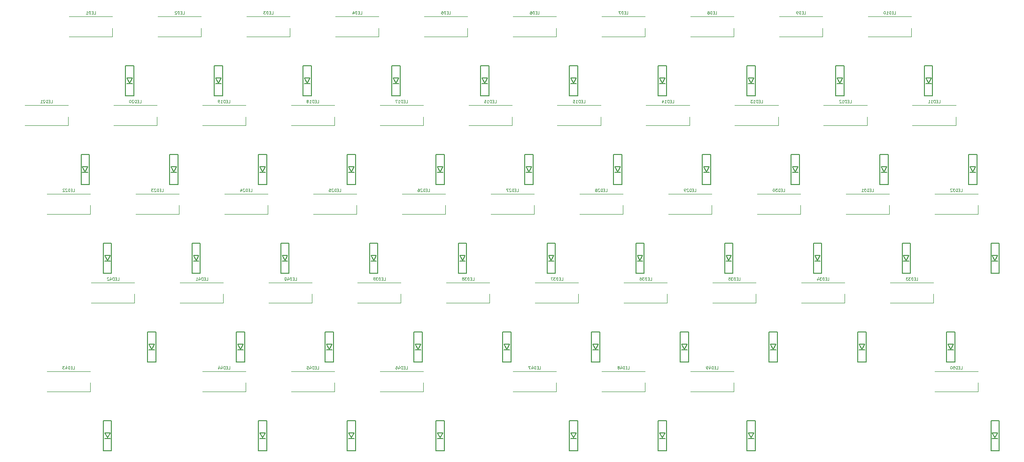
<source format=gbr>
%TF.GenerationSoftware,KiCad,Pcbnew,(5.1.9)-1*%
%TF.CreationDate,2021-02-12T02:56:52+09:00*%
%TF.ProjectId,yuiop50d,7975696f-7035-4306-942e-6b696361645f,rev?*%
%TF.SameCoordinates,Original*%
%TF.FileFunction,Legend,Bot*%
%TF.FilePolarity,Positive*%
%FSLAX46Y46*%
G04 Gerber Fmt 4.6, Leading zero omitted, Abs format (unit mm)*
G04 Created by KiCad (PCBNEW (5.1.9)-1) date 2021-02-12 02:56:52*
%MOMM*%
%LPD*%
G01*
G04 APERTURE LIST*
%ADD10C,0.150000*%
%ADD11C,0.120000*%
%ADD12C,0.125000*%
G04 APERTURE END LIST*
D10*
%TO.C,D1*%
X73250000Y-88200000D02*
X73250000Y-82800000D01*
X74500000Y-85000000D02*
X73500000Y-85000000D01*
X73500000Y-85000000D02*
X74000000Y-85900000D01*
X74750000Y-82800000D02*
X74750000Y-88200000D01*
X74000000Y-85900000D02*
X74500000Y-85000000D01*
X74750000Y-82800000D02*
X73250000Y-82800000D01*
X74500000Y-86000000D02*
X73500000Y-86000000D01*
X74750000Y-88200000D02*
X73250000Y-88200000D01*
%TO.C,D2*%
X90750000Y-88200000D02*
X89250000Y-88200000D01*
X90500000Y-86000000D02*
X89500000Y-86000000D01*
X90750000Y-82800000D02*
X89250000Y-82800000D01*
X90000000Y-85900000D02*
X90500000Y-85000000D01*
X90750000Y-82800000D02*
X90750000Y-88200000D01*
X89500000Y-85000000D02*
X90000000Y-85900000D01*
X90500000Y-85000000D02*
X89500000Y-85000000D01*
X89250000Y-88200000D02*
X89250000Y-82800000D01*
%TO.C,D3*%
X105250000Y-88200000D02*
X105250000Y-82800000D01*
X106500000Y-85000000D02*
X105500000Y-85000000D01*
X105500000Y-85000000D02*
X106000000Y-85900000D01*
X106750000Y-82800000D02*
X106750000Y-88200000D01*
X106000000Y-85900000D02*
X106500000Y-85000000D01*
X106750000Y-82800000D02*
X105250000Y-82800000D01*
X106500000Y-86000000D02*
X105500000Y-86000000D01*
X106750000Y-88200000D02*
X105250000Y-88200000D01*
%TO.C,D4*%
X122750000Y-88200000D02*
X121250000Y-88200000D01*
X122500000Y-86000000D02*
X121500000Y-86000000D01*
X122750000Y-82800000D02*
X121250000Y-82800000D01*
X122000000Y-85900000D02*
X122500000Y-85000000D01*
X122750000Y-82800000D02*
X122750000Y-88200000D01*
X121500000Y-85000000D02*
X122000000Y-85900000D01*
X122500000Y-85000000D02*
X121500000Y-85000000D01*
X121250000Y-88200000D02*
X121250000Y-82800000D01*
%TO.C,D5*%
X137250000Y-88200000D02*
X137250000Y-82800000D01*
X138500000Y-85000000D02*
X137500000Y-85000000D01*
X137500000Y-85000000D02*
X138000000Y-85900000D01*
X138750000Y-82800000D02*
X138750000Y-88200000D01*
X138000000Y-85900000D02*
X138500000Y-85000000D01*
X138750000Y-82800000D02*
X137250000Y-82800000D01*
X138500000Y-86000000D02*
X137500000Y-86000000D01*
X138750000Y-88200000D02*
X137250000Y-88200000D01*
%TO.C,D6*%
X154750000Y-88200000D02*
X153250000Y-88200000D01*
X154500000Y-86000000D02*
X153500000Y-86000000D01*
X154750000Y-82800000D02*
X153250000Y-82800000D01*
X154000000Y-85900000D02*
X154500000Y-85000000D01*
X154750000Y-82800000D02*
X154750000Y-88200000D01*
X153500000Y-85000000D02*
X154000000Y-85900000D01*
X154500000Y-85000000D02*
X153500000Y-85000000D01*
X153250000Y-88200000D02*
X153250000Y-82800000D01*
%TO.C,D7*%
X169250000Y-88200000D02*
X169250000Y-82800000D01*
X170500000Y-85000000D02*
X169500000Y-85000000D01*
X169500000Y-85000000D02*
X170000000Y-85900000D01*
X170750000Y-82800000D02*
X170750000Y-88200000D01*
X170000000Y-85900000D02*
X170500000Y-85000000D01*
X170750000Y-82800000D02*
X169250000Y-82800000D01*
X170500000Y-86000000D02*
X169500000Y-86000000D01*
X170750000Y-88200000D02*
X169250000Y-88200000D01*
%TO.C,D8*%
X186750000Y-88200000D02*
X185250000Y-88200000D01*
X186500000Y-86000000D02*
X185500000Y-86000000D01*
X186750000Y-82800000D02*
X185250000Y-82800000D01*
X186000000Y-85900000D02*
X186500000Y-85000000D01*
X186750000Y-82800000D02*
X186750000Y-88200000D01*
X185500000Y-85000000D02*
X186000000Y-85900000D01*
X186500000Y-85000000D02*
X185500000Y-85000000D01*
X185250000Y-88200000D02*
X185250000Y-82800000D01*
%TO.C,D9*%
X201250000Y-88200000D02*
X201250000Y-82800000D01*
X202500000Y-85000000D02*
X201500000Y-85000000D01*
X201500000Y-85000000D02*
X202000000Y-85900000D01*
X202750000Y-82800000D02*
X202750000Y-88200000D01*
X202000000Y-85900000D02*
X202500000Y-85000000D01*
X202750000Y-82800000D02*
X201250000Y-82800000D01*
X202500000Y-86000000D02*
X201500000Y-86000000D01*
X202750000Y-88200000D02*
X201250000Y-88200000D01*
%TO.C,D10*%
X218750000Y-88200000D02*
X217250000Y-88200000D01*
X218500000Y-86000000D02*
X217500000Y-86000000D01*
X218750000Y-82800000D02*
X217250000Y-82800000D01*
X218000000Y-85900000D02*
X218500000Y-85000000D01*
X218750000Y-82800000D02*
X218750000Y-88200000D01*
X217500000Y-85000000D02*
X218000000Y-85900000D01*
X218500000Y-85000000D02*
X217500000Y-85000000D01*
X217250000Y-88200000D02*
X217250000Y-82800000D01*
%TO.C,D11*%
X66750000Y-104200000D02*
X65250000Y-104200000D01*
X66500000Y-102000000D02*
X65500000Y-102000000D01*
X66750000Y-98800000D02*
X65250000Y-98800000D01*
X66000000Y-101900000D02*
X66500000Y-101000000D01*
X66750000Y-98800000D02*
X66750000Y-104200000D01*
X65500000Y-101000000D02*
X66000000Y-101900000D01*
X66500000Y-101000000D02*
X65500000Y-101000000D01*
X65250000Y-104200000D02*
X65250000Y-98800000D01*
%TO.C,D12*%
X81250000Y-104200000D02*
X81250000Y-98800000D01*
X82500000Y-101000000D02*
X81500000Y-101000000D01*
X81500000Y-101000000D02*
X82000000Y-101900000D01*
X82750000Y-98800000D02*
X82750000Y-104200000D01*
X82000000Y-101900000D02*
X82500000Y-101000000D01*
X82750000Y-98800000D02*
X81250000Y-98800000D01*
X82500000Y-102000000D02*
X81500000Y-102000000D01*
X82750000Y-104200000D02*
X81250000Y-104200000D01*
%TO.C,D13*%
X98750000Y-104200000D02*
X97250000Y-104200000D01*
X98500000Y-102000000D02*
X97500000Y-102000000D01*
X98750000Y-98800000D02*
X97250000Y-98800000D01*
X98000000Y-101900000D02*
X98500000Y-101000000D01*
X98750000Y-98800000D02*
X98750000Y-104200000D01*
X97500000Y-101000000D02*
X98000000Y-101900000D01*
X98500000Y-101000000D02*
X97500000Y-101000000D01*
X97250000Y-104200000D02*
X97250000Y-98800000D01*
%TO.C,D14*%
X113250000Y-104200000D02*
X113250000Y-98800000D01*
X114500000Y-101000000D02*
X113500000Y-101000000D01*
X113500000Y-101000000D02*
X114000000Y-101900000D01*
X114750000Y-98800000D02*
X114750000Y-104200000D01*
X114000000Y-101900000D02*
X114500000Y-101000000D01*
X114750000Y-98800000D02*
X113250000Y-98800000D01*
X114500000Y-102000000D02*
X113500000Y-102000000D01*
X114750000Y-104200000D02*
X113250000Y-104200000D01*
%TO.C,D15*%
X129250000Y-104200000D02*
X129250000Y-98800000D01*
X130500000Y-101000000D02*
X129500000Y-101000000D01*
X129500000Y-101000000D02*
X130000000Y-101900000D01*
X130750000Y-98800000D02*
X130750000Y-104200000D01*
X130000000Y-101900000D02*
X130500000Y-101000000D01*
X130750000Y-98800000D02*
X129250000Y-98800000D01*
X130500000Y-102000000D02*
X129500000Y-102000000D01*
X130750000Y-104200000D02*
X129250000Y-104200000D01*
%TO.C,D16*%
X146750000Y-104200000D02*
X145250000Y-104200000D01*
X146500000Y-102000000D02*
X145500000Y-102000000D01*
X146750000Y-98800000D02*
X145250000Y-98800000D01*
X146000000Y-101900000D02*
X146500000Y-101000000D01*
X146750000Y-98800000D02*
X146750000Y-104200000D01*
X145500000Y-101000000D02*
X146000000Y-101900000D01*
X146500000Y-101000000D02*
X145500000Y-101000000D01*
X145250000Y-104200000D02*
X145250000Y-98800000D01*
%TO.C,D17*%
X161250000Y-104200000D02*
X161250000Y-98800000D01*
X162500000Y-101000000D02*
X161500000Y-101000000D01*
X161500000Y-101000000D02*
X162000000Y-101900000D01*
X162750000Y-98800000D02*
X162750000Y-104200000D01*
X162000000Y-101900000D02*
X162500000Y-101000000D01*
X162750000Y-98800000D02*
X161250000Y-98800000D01*
X162500000Y-102000000D02*
X161500000Y-102000000D01*
X162750000Y-104200000D02*
X161250000Y-104200000D01*
%TO.C,D18*%
X178750000Y-104200000D02*
X177250000Y-104200000D01*
X178500000Y-102000000D02*
X177500000Y-102000000D01*
X178750000Y-98800000D02*
X177250000Y-98800000D01*
X178000000Y-101900000D02*
X178500000Y-101000000D01*
X178750000Y-98800000D02*
X178750000Y-104200000D01*
X177500000Y-101000000D02*
X178000000Y-101900000D01*
X178500000Y-101000000D02*
X177500000Y-101000000D01*
X177250000Y-104200000D02*
X177250000Y-98800000D01*
%TO.C,D19*%
X193250000Y-104200000D02*
X193250000Y-98800000D01*
X194500000Y-101000000D02*
X193500000Y-101000000D01*
X193500000Y-101000000D02*
X194000000Y-101900000D01*
X194750000Y-98800000D02*
X194750000Y-104200000D01*
X194000000Y-101900000D02*
X194500000Y-101000000D01*
X194750000Y-98800000D02*
X193250000Y-98800000D01*
X194500000Y-102000000D02*
X193500000Y-102000000D01*
X194750000Y-104200000D02*
X193250000Y-104200000D01*
%TO.C,D20*%
X209250000Y-104200000D02*
X209250000Y-98800000D01*
X210500000Y-101000000D02*
X209500000Y-101000000D01*
X209500000Y-101000000D02*
X210000000Y-101900000D01*
X210750000Y-98800000D02*
X210750000Y-104200000D01*
X210000000Y-101900000D02*
X210500000Y-101000000D01*
X210750000Y-98800000D02*
X209250000Y-98800000D01*
X210500000Y-102000000D02*
X209500000Y-102000000D01*
X210750000Y-104200000D02*
X209250000Y-104200000D01*
%TO.C,D21*%
X226750000Y-104200000D02*
X225250000Y-104200000D01*
X226500000Y-102000000D02*
X225500000Y-102000000D01*
X226750000Y-98800000D02*
X225250000Y-98800000D01*
X226000000Y-101900000D02*
X226500000Y-101000000D01*
X226750000Y-98800000D02*
X226750000Y-104200000D01*
X225500000Y-101000000D02*
X226000000Y-101900000D01*
X226500000Y-101000000D02*
X225500000Y-101000000D01*
X225250000Y-104200000D02*
X225250000Y-98800000D01*
%TO.C,D22*%
X69250000Y-120200000D02*
X69250000Y-114800000D01*
X70500000Y-117000000D02*
X69500000Y-117000000D01*
X69500000Y-117000000D02*
X70000000Y-117900000D01*
X70750000Y-114800000D02*
X70750000Y-120200000D01*
X70000000Y-117900000D02*
X70500000Y-117000000D01*
X70750000Y-114800000D02*
X69250000Y-114800000D01*
X70500000Y-118000000D02*
X69500000Y-118000000D01*
X70750000Y-120200000D02*
X69250000Y-120200000D01*
%TO.C,D23*%
X86750000Y-120200000D02*
X85250000Y-120200000D01*
X86500000Y-118000000D02*
X85500000Y-118000000D01*
X86750000Y-114800000D02*
X85250000Y-114800000D01*
X86000000Y-117900000D02*
X86500000Y-117000000D01*
X86750000Y-114800000D02*
X86750000Y-120200000D01*
X85500000Y-117000000D02*
X86000000Y-117900000D01*
X86500000Y-117000000D02*
X85500000Y-117000000D01*
X85250000Y-120200000D02*
X85250000Y-114800000D01*
%TO.C,D24*%
X101250000Y-120200000D02*
X101250000Y-114800000D01*
X102500000Y-117000000D02*
X101500000Y-117000000D01*
X101500000Y-117000000D02*
X102000000Y-117900000D01*
X102750000Y-114800000D02*
X102750000Y-120200000D01*
X102000000Y-117900000D02*
X102500000Y-117000000D01*
X102750000Y-114800000D02*
X101250000Y-114800000D01*
X102500000Y-118000000D02*
X101500000Y-118000000D01*
X102750000Y-120200000D02*
X101250000Y-120200000D01*
%TO.C,D25*%
X118750000Y-120200000D02*
X117250000Y-120200000D01*
X118500000Y-118000000D02*
X117500000Y-118000000D01*
X118750000Y-114800000D02*
X117250000Y-114800000D01*
X118000000Y-117900000D02*
X118500000Y-117000000D01*
X118750000Y-114800000D02*
X118750000Y-120200000D01*
X117500000Y-117000000D02*
X118000000Y-117900000D01*
X118500000Y-117000000D02*
X117500000Y-117000000D01*
X117250000Y-120200000D02*
X117250000Y-114800000D01*
%TO.C,D26*%
X133250000Y-120200000D02*
X133250000Y-114800000D01*
X134500000Y-117000000D02*
X133500000Y-117000000D01*
X133500000Y-117000000D02*
X134000000Y-117900000D01*
X134750000Y-114800000D02*
X134750000Y-120200000D01*
X134000000Y-117900000D02*
X134500000Y-117000000D01*
X134750000Y-114800000D02*
X133250000Y-114800000D01*
X134500000Y-118000000D02*
X133500000Y-118000000D01*
X134750000Y-120200000D02*
X133250000Y-120200000D01*
%TO.C,D27*%
X150750000Y-120200000D02*
X149250000Y-120200000D01*
X150500000Y-118000000D02*
X149500000Y-118000000D01*
X150750000Y-114800000D02*
X149250000Y-114800000D01*
X150000000Y-117900000D02*
X150500000Y-117000000D01*
X150750000Y-114800000D02*
X150750000Y-120200000D01*
X149500000Y-117000000D02*
X150000000Y-117900000D01*
X150500000Y-117000000D02*
X149500000Y-117000000D01*
X149250000Y-120200000D02*
X149250000Y-114800000D01*
%TO.C,D28*%
X165250000Y-120200000D02*
X165250000Y-114800000D01*
X166500000Y-117000000D02*
X165500000Y-117000000D01*
X165500000Y-117000000D02*
X166000000Y-117900000D01*
X166750000Y-114800000D02*
X166750000Y-120200000D01*
X166000000Y-117900000D02*
X166500000Y-117000000D01*
X166750000Y-114800000D02*
X165250000Y-114800000D01*
X166500000Y-118000000D02*
X165500000Y-118000000D01*
X166750000Y-120200000D02*
X165250000Y-120200000D01*
%TO.C,D29*%
X181250000Y-120200000D02*
X181250000Y-114800000D01*
X182500000Y-117000000D02*
X181500000Y-117000000D01*
X181500000Y-117000000D02*
X182000000Y-117900000D01*
X182750000Y-114800000D02*
X182750000Y-120200000D01*
X182000000Y-117900000D02*
X182500000Y-117000000D01*
X182750000Y-114800000D02*
X181250000Y-114800000D01*
X182500000Y-118000000D02*
X181500000Y-118000000D01*
X182750000Y-120200000D02*
X181250000Y-120200000D01*
%TO.C,D30*%
X198750000Y-120200000D02*
X197250000Y-120200000D01*
X198500000Y-118000000D02*
X197500000Y-118000000D01*
X198750000Y-114800000D02*
X197250000Y-114800000D01*
X198000000Y-117900000D02*
X198500000Y-117000000D01*
X198750000Y-114800000D02*
X198750000Y-120200000D01*
X197500000Y-117000000D02*
X198000000Y-117900000D01*
X198500000Y-117000000D02*
X197500000Y-117000000D01*
X197250000Y-120200000D02*
X197250000Y-114800000D01*
%TO.C,D31*%
X213250000Y-120200000D02*
X213250000Y-114800000D01*
X214500000Y-117000000D02*
X213500000Y-117000000D01*
X213500000Y-117000000D02*
X214000000Y-117900000D01*
X214750000Y-114800000D02*
X214750000Y-120200000D01*
X214000000Y-117900000D02*
X214500000Y-117000000D01*
X214750000Y-114800000D02*
X213250000Y-114800000D01*
X214500000Y-118000000D02*
X213500000Y-118000000D01*
X214750000Y-120200000D02*
X213250000Y-120200000D01*
%TO.C,D32*%
X230750000Y-120200000D02*
X229250000Y-120200000D01*
X230500000Y-118000000D02*
X229500000Y-118000000D01*
X230750000Y-114800000D02*
X229250000Y-114800000D01*
X230000000Y-117900000D02*
X230500000Y-117000000D01*
X230750000Y-114800000D02*
X230750000Y-120200000D01*
X229500000Y-117000000D02*
X230000000Y-117900000D01*
X230500000Y-117000000D02*
X229500000Y-117000000D01*
X229250000Y-120200000D02*
X229250000Y-114800000D01*
%TO.C,D33*%
X78750000Y-136200000D02*
X77250000Y-136200000D01*
X78500000Y-134000000D02*
X77500000Y-134000000D01*
X78750000Y-130800000D02*
X77250000Y-130800000D01*
X78000000Y-133900000D02*
X78500000Y-133000000D01*
X78750000Y-130800000D02*
X78750000Y-136200000D01*
X77500000Y-133000000D02*
X78000000Y-133900000D01*
X78500000Y-133000000D02*
X77500000Y-133000000D01*
X77250000Y-136200000D02*
X77250000Y-130800000D01*
%TO.C,D34*%
X94750000Y-136200000D02*
X93250000Y-136200000D01*
X94500000Y-134000000D02*
X93500000Y-134000000D01*
X94750000Y-130800000D02*
X93250000Y-130800000D01*
X94000000Y-133900000D02*
X94500000Y-133000000D01*
X94750000Y-130800000D02*
X94750000Y-136200000D01*
X93500000Y-133000000D02*
X94000000Y-133900000D01*
X94500000Y-133000000D02*
X93500000Y-133000000D01*
X93250000Y-136200000D02*
X93250000Y-130800000D01*
%TO.C,D35*%
X109250000Y-136200000D02*
X109250000Y-130800000D01*
X110500000Y-133000000D02*
X109500000Y-133000000D01*
X109500000Y-133000000D02*
X110000000Y-133900000D01*
X110750000Y-130800000D02*
X110750000Y-136200000D01*
X110000000Y-133900000D02*
X110500000Y-133000000D01*
X110750000Y-130800000D02*
X109250000Y-130800000D01*
X110500000Y-134000000D02*
X109500000Y-134000000D01*
X110750000Y-136200000D02*
X109250000Y-136200000D01*
%TO.C,D36*%
X125250000Y-136200000D02*
X125250000Y-130800000D01*
X126500000Y-133000000D02*
X125500000Y-133000000D01*
X125500000Y-133000000D02*
X126000000Y-133900000D01*
X126750000Y-130800000D02*
X126750000Y-136200000D01*
X126000000Y-133900000D02*
X126500000Y-133000000D01*
X126750000Y-130800000D02*
X125250000Y-130800000D01*
X126500000Y-134000000D02*
X125500000Y-134000000D01*
X126750000Y-136200000D02*
X125250000Y-136200000D01*
%TO.C,D37*%
X142750000Y-136200000D02*
X141250000Y-136200000D01*
X142500000Y-134000000D02*
X141500000Y-134000000D01*
X142750000Y-130800000D02*
X141250000Y-130800000D01*
X142000000Y-133900000D02*
X142500000Y-133000000D01*
X142750000Y-130800000D02*
X142750000Y-136200000D01*
X141500000Y-133000000D02*
X142000000Y-133900000D01*
X142500000Y-133000000D02*
X141500000Y-133000000D01*
X141250000Y-136200000D02*
X141250000Y-130800000D01*
%TO.C,D38*%
X158750000Y-136200000D02*
X157250000Y-136200000D01*
X158500000Y-134000000D02*
X157500000Y-134000000D01*
X158750000Y-130800000D02*
X157250000Y-130800000D01*
X158000000Y-133900000D02*
X158500000Y-133000000D01*
X158750000Y-130800000D02*
X158750000Y-136200000D01*
X157500000Y-133000000D02*
X158000000Y-133900000D01*
X158500000Y-133000000D02*
X157500000Y-133000000D01*
X157250000Y-136200000D02*
X157250000Y-130800000D01*
%TO.C,D39*%
X174750000Y-136200000D02*
X173250000Y-136200000D01*
X174500000Y-134000000D02*
X173500000Y-134000000D01*
X174750000Y-130800000D02*
X173250000Y-130800000D01*
X174000000Y-133900000D02*
X174500000Y-133000000D01*
X174750000Y-130800000D02*
X174750000Y-136200000D01*
X173500000Y-133000000D02*
X174000000Y-133900000D01*
X174500000Y-133000000D02*
X173500000Y-133000000D01*
X173250000Y-136200000D02*
X173250000Y-130800000D01*
%TO.C,D40*%
X190750000Y-136200000D02*
X189250000Y-136200000D01*
X190500000Y-134000000D02*
X189500000Y-134000000D01*
X190750000Y-130800000D02*
X189250000Y-130800000D01*
X190000000Y-133900000D02*
X190500000Y-133000000D01*
X190750000Y-130800000D02*
X190750000Y-136200000D01*
X189500000Y-133000000D02*
X190000000Y-133900000D01*
X190500000Y-133000000D02*
X189500000Y-133000000D01*
X189250000Y-136200000D02*
X189250000Y-130800000D01*
%TO.C,D41*%
X205250000Y-136200000D02*
X205250000Y-130800000D01*
X206500000Y-133000000D02*
X205500000Y-133000000D01*
X205500000Y-133000000D02*
X206000000Y-133900000D01*
X206750000Y-130800000D02*
X206750000Y-136200000D01*
X206000000Y-133900000D02*
X206500000Y-133000000D01*
X206750000Y-130800000D02*
X205250000Y-130800000D01*
X206500000Y-134000000D02*
X205500000Y-134000000D01*
X206750000Y-136200000D02*
X205250000Y-136200000D01*
%TO.C,D42*%
X221250000Y-136200000D02*
X221250000Y-130800000D01*
X222500000Y-133000000D02*
X221500000Y-133000000D01*
X221500000Y-133000000D02*
X222000000Y-133900000D01*
X222750000Y-130800000D02*
X222750000Y-136200000D01*
X222000000Y-133900000D02*
X222500000Y-133000000D01*
X222750000Y-130800000D02*
X221250000Y-130800000D01*
X222500000Y-134000000D02*
X221500000Y-134000000D01*
X222750000Y-136200000D02*
X221250000Y-136200000D01*
%TO.C,D43*%
X69250000Y-152200000D02*
X69250000Y-146800000D01*
X70500000Y-149000000D02*
X69500000Y-149000000D01*
X69500000Y-149000000D02*
X70000000Y-149900000D01*
X70750000Y-146800000D02*
X70750000Y-152200000D01*
X70000000Y-149900000D02*
X70500000Y-149000000D01*
X70750000Y-146800000D02*
X69250000Y-146800000D01*
X70500000Y-150000000D02*
X69500000Y-150000000D01*
X70750000Y-152200000D02*
X69250000Y-152200000D01*
%TO.C,D44*%
X98750000Y-152200000D02*
X97250000Y-152200000D01*
X98500000Y-150000000D02*
X97500000Y-150000000D01*
X98750000Y-146800000D02*
X97250000Y-146800000D01*
X98000000Y-149900000D02*
X98500000Y-149000000D01*
X98750000Y-146800000D02*
X98750000Y-152200000D01*
X97500000Y-149000000D02*
X98000000Y-149900000D01*
X98500000Y-149000000D02*
X97500000Y-149000000D01*
X97250000Y-152200000D02*
X97250000Y-146800000D01*
%TO.C,D45*%
X114750000Y-152200000D02*
X113250000Y-152200000D01*
X114500000Y-150000000D02*
X113500000Y-150000000D01*
X114750000Y-146800000D02*
X113250000Y-146800000D01*
X114000000Y-149900000D02*
X114500000Y-149000000D01*
X114750000Y-146800000D02*
X114750000Y-152200000D01*
X113500000Y-149000000D02*
X114000000Y-149900000D01*
X114500000Y-149000000D02*
X113500000Y-149000000D01*
X113250000Y-152200000D02*
X113250000Y-146800000D01*
%TO.C,D46*%
X129250000Y-152200000D02*
X129250000Y-146800000D01*
X130500000Y-149000000D02*
X129500000Y-149000000D01*
X129500000Y-149000000D02*
X130000000Y-149900000D01*
X130750000Y-146800000D02*
X130750000Y-152200000D01*
X130000000Y-149900000D02*
X130500000Y-149000000D01*
X130750000Y-146800000D02*
X129250000Y-146800000D01*
X130500000Y-150000000D02*
X129500000Y-150000000D01*
X130750000Y-152200000D02*
X129250000Y-152200000D01*
%TO.C,D47*%
X153250000Y-152200000D02*
X153250000Y-146800000D01*
X154500000Y-149000000D02*
X153500000Y-149000000D01*
X153500000Y-149000000D02*
X154000000Y-149900000D01*
X154750000Y-146800000D02*
X154750000Y-152200000D01*
X154000000Y-149900000D02*
X154500000Y-149000000D01*
X154750000Y-146800000D02*
X153250000Y-146800000D01*
X154500000Y-150000000D02*
X153500000Y-150000000D01*
X154750000Y-152200000D02*
X153250000Y-152200000D01*
%TO.C,D48*%
X170750000Y-152200000D02*
X169250000Y-152200000D01*
X170500000Y-150000000D02*
X169500000Y-150000000D01*
X170750000Y-146800000D02*
X169250000Y-146800000D01*
X170000000Y-149900000D02*
X170500000Y-149000000D01*
X170750000Y-146800000D02*
X170750000Y-152200000D01*
X169500000Y-149000000D02*
X170000000Y-149900000D01*
X170500000Y-149000000D02*
X169500000Y-149000000D01*
X169250000Y-152200000D02*
X169250000Y-146800000D01*
%TO.C,D49*%
X186750000Y-152200000D02*
X185250000Y-152200000D01*
X186500000Y-150000000D02*
X185500000Y-150000000D01*
X186750000Y-146800000D02*
X185250000Y-146800000D01*
X186000000Y-149900000D02*
X186500000Y-149000000D01*
X186750000Y-146800000D02*
X186750000Y-152200000D01*
X185500000Y-149000000D02*
X186000000Y-149900000D01*
X186500000Y-149000000D02*
X185500000Y-149000000D01*
X185250000Y-152200000D02*
X185250000Y-146800000D01*
%TO.C,D50*%
X229250000Y-152200000D02*
X229250000Y-146800000D01*
X230500000Y-149000000D02*
X229500000Y-149000000D01*
X229500000Y-149000000D02*
X230000000Y-149900000D01*
X230750000Y-146800000D02*
X230750000Y-152200000D01*
X230000000Y-149900000D02*
X230500000Y-149000000D01*
X230750000Y-146800000D02*
X229250000Y-146800000D01*
X230500000Y-150000000D02*
X229500000Y-150000000D01*
X230750000Y-152200000D02*
X229250000Y-152200000D01*
D11*
%TO.C,LED1*%
X63100000Y-73890000D02*
X70900000Y-73890000D01*
X70900000Y-75990000D02*
X70900000Y-77590000D01*
X70900000Y-77590000D02*
X63100000Y-77590000D01*
%TO.C,LED2*%
X86900000Y-77590000D02*
X79100000Y-77590000D01*
X86900000Y-75990000D02*
X86900000Y-77590000D01*
X79100000Y-73890000D02*
X86900000Y-73890000D01*
%TO.C,LED3*%
X95100000Y-73890000D02*
X102900000Y-73890000D01*
X102900000Y-75990000D02*
X102900000Y-77590000D01*
X102900000Y-77590000D02*
X95100000Y-77590000D01*
%TO.C,LED4*%
X118900000Y-77590000D02*
X111100000Y-77590000D01*
X118900000Y-75990000D02*
X118900000Y-77590000D01*
X111100000Y-73890000D02*
X118900000Y-73890000D01*
%TO.C,LED5*%
X127100000Y-73890000D02*
X134900000Y-73890000D01*
X134900000Y-75990000D02*
X134900000Y-77590000D01*
X134900000Y-77590000D02*
X127100000Y-77590000D01*
%TO.C,LED6*%
X150900000Y-77590000D02*
X143100000Y-77590000D01*
X150900000Y-75990000D02*
X150900000Y-77590000D01*
X143100000Y-73890000D02*
X150900000Y-73890000D01*
%TO.C,LED7*%
X159100000Y-73890000D02*
X166900000Y-73890000D01*
X166900000Y-75990000D02*
X166900000Y-77590000D01*
X166900000Y-77590000D02*
X159100000Y-77590000D01*
%TO.C,LED8*%
X182900000Y-77590000D02*
X175100000Y-77590000D01*
X182900000Y-75990000D02*
X182900000Y-77590000D01*
X175100000Y-73890000D02*
X182900000Y-73890000D01*
%TO.C,LED9*%
X191100000Y-73890000D02*
X198900000Y-73890000D01*
X198900000Y-75990000D02*
X198900000Y-77590000D01*
X198900000Y-77590000D02*
X191100000Y-77590000D01*
%TO.C,LED10*%
X214900000Y-77590000D02*
X207100000Y-77590000D01*
X214900000Y-75990000D02*
X214900000Y-77590000D01*
X207100000Y-73890000D02*
X214900000Y-73890000D01*
%TO.C,LED11*%
X215100000Y-89890000D02*
X222900000Y-89890000D01*
X222900000Y-91990000D02*
X222900000Y-93590000D01*
X222900000Y-93590000D02*
X215100000Y-93590000D01*
%TO.C,LED12*%
X206900000Y-93590000D02*
X199100000Y-93590000D01*
X206900000Y-91990000D02*
X206900000Y-93590000D01*
X199100000Y-89890000D02*
X206900000Y-89890000D01*
%TO.C,LED13*%
X183100000Y-89890000D02*
X190900000Y-89890000D01*
X190900000Y-91990000D02*
X190900000Y-93590000D01*
X190900000Y-93590000D02*
X183100000Y-93590000D01*
%TO.C,LED14*%
X174900000Y-93590000D02*
X167100000Y-93590000D01*
X174900000Y-91990000D02*
X174900000Y-93590000D01*
X167100000Y-89890000D02*
X174900000Y-89890000D01*
%TO.C,LED15*%
X151100000Y-89890000D02*
X158900000Y-89890000D01*
X158900000Y-91990000D02*
X158900000Y-93590000D01*
X158900000Y-93590000D02*
X151100000Y-93590000D01*
%TO.C,LED16*%
X142900000Y-93590000D02*
X135100000Y-93590000D01*
X142900000Y-91990000D02*
X142900000Y-93590000D01*
X135100000Y-89890000D02*
X142900000Y-89890000D01*
%TO.C,LED17*%
X119100000Y-89890000D02*
X126900000Y-89890000D01*
X126900000Y-91990000D02*
X126900000Y-93590000D01*
X126900000Y-93590000D02*
X119100000Y-93590000D01*
%TO.C,LED18*%
X110900000Y-93590000D02*
X103100000Y-93590000D01*
X110900000Y-91990000D02*
X110900000Y-93590000D01*
X103100000Y-89890000D02*
X110900000Y-89890000D01*
%TO.C,LED19*%
X87100000Y-89890000D02*
X94900000Y-89890000D01*
X94900000Y-91990000D02*
X94900000Y-93590000D01*
X94900000Y-93590000D02*
X87100000Y-93590000D01*
%TO.C,LED20*%
X78900000Y-93590000D02*
X71100000Y-93590000D01*
X78900000Y-91990000D02*
X78900000Y-93590000D01*
X71100000Y-89890000D02*
X78900000Y-89890000D01*
%TO.C,LED21*%
X55100000Y-89890000D02*
X62900000Y-89890000D01*
X62900000Y-91990000D02*
X62900000Y-93590000D01*
X62900000Y-93590000D02*
X55100000Y-93590000D01*
%TO.C,LED22*%
X66900000Y-109590000D02*
X59100000Y-109590000D01*
X66900000Y-107990000D02*
X66900000Y-109590000D01*
X59100000Y-105890000D02*
X66900000Y-105890000D01*
%TO.C,LED23*%
X75100000Y-105890000D02*
X82900000Y-105890000D01*
X82900000Y-107990000D02*
X82900000Y-109590000D01*
X82900000Y-109590000D02*
X75100000Y-109590000D01*
%TO.C,LED24*%
X98900000Y-109590000D02*
X91100000Y-109590000D01*
X98900000Y-107990000D02*
X98900000Y-109590000D01*
X91100000Y-105890000D02*
X98900000Y-105890000D01*
%TO.C,LED25*%
X114900000Y-109590000D02*
X107100000Y-109590000D01*
X114900000Y-107990000D02*
X114900000Y-109590000D01*
X107100000Y-105890000D02*
X114900000Y-105890000D01*
%TO.C,LED26*%
X130900000Y-109590000D02*
X123100000Y-109590000D01*
X130900000Y-107990000D02*
X130900000Y-109590000D01*
X123100000Y-105890000D02*
X130900000Y-105890000D01*
%TO.C,LED27*%
X139100000Y-105890000D02*
X146900000Y-105890000D01*
X146900000Y-107990000D02*
X146900000Y-109590000D01*
X146900000Y-109590000D02*
X139100000Y-109590000D01*
%TO.C,LED28*%
X155100000Y-105890000D02*
X162900000Y-105890000D01*
X162900000Y-107990000D02*
X162900000Y-109590000D01*
X162900000Y-109590000D02*
X155100000Y-109590000D01*
%TO.C,LED29*%
X178900000Y-109590000D02*
X171100000Y-109590000D01*
X178900000Y-107990000D02*
X178900000Y-109590000D01*
X171100000Y-105890000D02*
X178900000Y-105890000D01*
%TO.C,LED30*%
X194900000Y-109590000D02*
X187100000Y-109590000D01*
X194900000Y-107990000D02*
X194900000Y-109590000D01*
X187100000Y-105890000D02*
X194900000Y-105890000D01*
%TO.C,LED31*%
X203100000Y-105890000D02*
X210900000Y-105890000D01*
X210900000Y-107990000D02*
X210900000Y-109590000D01*
X210900000Y-109590000D02*
X203100000Y-109590000D01*
%TO.C,LED32*%
X219100000Y-105890000D02*
X226900000Y-105890000D01*
X226900000Y-107990000D02*
X226900000Y-109590000D01*
X226900000Y-109590000D02*
X219100000Y-109590000D01*
%TO.C,LED33*%
X218900000Y-125590000D02*
X211100000Y-125590000D01*
X218900000Y-123990000D02*
X218900000Y-125590000D01*
X211100000Y-121890000D02*
X218900000Y-121890000D01*
%TO.C,LED34*%
X202900000Y-125590000D02*
X195100000Y-125590000D01*
X202900000Y-123990000D02*
X202900000Y-125590000D01*
X195100000Y-121890000D02*
X202900000Y-121890000D01*
%TO.C,LED35*%
X179100000Y-121890000D02*
X186900000Y-121890000D01*
X186900000Y-123990000D02*
X186900000Y-125590000D01*
X186900000Y-125590000D02*
X179100000Y-125590000D01*
%TO.C,LED36*%
X170900000Y-125590000D02*
X163100000Y-125590000D01*
X170900000Y-123990000D02*
X170900000Y-125590000D01*
X163100000Y-121890000D02*
X170900000Y-121890000D01*
%TO.C,LED37*%
X154900000Y-125590000D02*
X147100000Y-125590000D01*
X154900000Y-123990000D02*
X154900000Y-125590000D01*
X147100000Y-121890000D02*
X154900000Y-121890000D01*
%TO.C,LED38*%
X131100000Y-121890000D02*
X138900000Y-121890000D01*
X138900000Y-123990000D02*
X138900000Y-125590000D01*
X138900000Y-125590000D02*
X131100000Y-125590000D01*
%TO.C,LED39*%
X115100000Y-121890000D02*
X122900000Y-121890000D01*
X122900000Y-123990000D02*
X122900000Y-125590000D01*
X122900000Y-125590000D02*
X115100000Y-125590000D01*
%TO.C,LED40*%
X99100000Y-121890000D02*
X106900000Y-121890000D01*
X106900000Y-123990000D02*
X106900000Y-125590000D01*
X106900000Y-125590000D02*
X99100000Y-125590000D01*
%TO.C,LED41*%
X90900000Y-125590000D02*
X83100000Y-125590000D01*
X90900000Y-123990000D02*
X90900000Y-125590000D01*
X83100000Y-121890000D02*
X90900000Y-121890000D01*
%TO.C,LED42*%
X67100000Y-121890000D02*
X74900000Y-121890000D01*
X74900000Y-123990000D02*
X74900000Y-125590000D01*
X74900000Y-125590000D02*
X67100000Y-125590000D01*
%TO.C,LED43*%
X59100000Y-137890000D02*
X66900000Y-137890000D01*
X66900000Y-139990000D02*
X66900000Y-141590000D01*
X66900000Y-141590000D02*
X59100000Y-141590000D01*
%TO.C,LED44*%
X94900000Y-141590000D02*
X87100000Y-141590000D01*
X94900000Y-139990000D02*
X94900000Y-141590000D01*
X87100000Y-137890000D02*
X94900000Y-137890000D01*
%TO.C,LED45*%
X110900000Y-141590000D02*
X103100000Y-141590000D01*
X110900000Y-139990000D02*
X110900000Y-141590000D01*
X103100000Y-137890000D02*
X110900000Y-137890000D01*
%TO.C,LED46*%
X119100000Y-137890000D02*
X126900000Y-137890000D01*
X126900000Y-139990000D02*
X126900000Y-141590000D01*
X126900000Y-141590000D02*
X119100000Y-141590000D01*
%TO.C,LED47*%
X143100000Y-137890000D02*
X150900000Y-137890000D01*
X150900000Y-139990000D02*
X150900000Y-141590000D01*
X150900000Y-141590000D02*
X143100000Y-141590000D01*
%TO.C,LED48*%
X159100000Y-137890000D02*
X166900000Y-137890000D01*
X166900000Y-139990000D02*
X166900000Y-141590000D01*
X166900000Y-141590000D02*
X159100000Y-141590000D01*
%TO.C,LED49*%
X182900000Y-141590000D02*
X175100000Y-141590000D01*
X182900000Y-139990000D02*
X182900000Y-141590000D01*
X175100000Y-137890000D02*
X182900000Y-137890000D01*
%TO.C,LED50*%
X226900000Y-141590000D02*
X219100000Y-141590000D01*
X226900000Y-139990000D02*
X226900000Y-141590000D01*
X219100000Y-137890000D02*
X226900000Y-137890000D01*
%TO.C,LED1*%
D12*
X67559523Y-73466190D02*
X67797619Y-73466190D01*
X67797619Y-72966190D01*
X67392857Y-73204285D02*
X67226190Y-73204285D01*
X67154761Y-73466190D02*
X67392857Y-73466190D01*
X67392857Y-72966190D01*
X67154761Y-72966190D01*
X66940476Y-73466190D02*
X66940476Y-72966190D01*
X66821428Y-72966190D01*
X66750000Y-72990000D01*
X66702380Y-73037619D01*
X66678571Y-73085238D01*
X66654761Y-73180476D01*
X66654761Y-73251904D01*
X66678571Y-73347142D01*
X66702380Y-73394761D01*
X66750000Y-73442380D01*
X66821428Y-73466190D01*
X66940476Y-73466190D01*
X66178571Y-73466190D02*
X66464285Y-73466190D01*
X66321428Y-73466190D02*
X66321428Y-72966190D01*
X66369047Y-73037619D01*
X66416666Y-73085238D01*
X66464285Y-73109047D01*
%TO.C,LED2*%
X83559523Y-73466190D02*
X83797619Y-73466190D01*
X83797619Y-72966190D01*
X83392857Y-73204285D02*
X83226190Y-73204285D01*
X83154761Y-73466190D02*
X83392857Y-73466190D01*
X83392857Y-72966190D01*
X83154761Y-72966190D01*
X82940476Y-73466190D02*
X82940476Y-72966190D01*
X82821428Y-72966190D01*
X82750000Y-72990000D01*
X82702380Y-73037619D01*
X82678571Y-73085238D01*
X82654761Y-73180476D01*
X82654761Y-73251904D01*
X82678571Y-73347142D01*
X82702380Y-73394761D01*
X82750000Y-73442380D01*
X82821428Y-73466190D01*
X82940476Y-73466190D01*
X82464285Y-73013809D02*
X82440476Y-72990000D01*
X82392857Y-72966190D01*
X82273809Y-72966190D01*
X82226190Y-72990000D01*
X82202380Y-73013809D01*
X82178571Y-73061428D01*
X82178571Y-73109047D01*
X82202380Y-73180476D01*
X82488095Y-73466190D01*
X82178571Y-73466190D01*
%TO.C,LED3*%
X99559523Y-73466190D02*
X99797619Y-73466190D01*
X99797619Y-72966190D01*
X99392857Y-73204285D02*
X99226190Y-73204285D01*
X99154761Y-73466190D02*
X99392857Y-73466190D01*
X99392857Y-72966190D01*
X99154761Y-72966190D01*
X98940476Y-73466190D02*
X98940476Y-72966190D01*
X98821428Y-72966190D01*
X98750000Y-72990000D01*
X98702380Y-73037619D01*
X98678571Y-73085238D01*
X98654761Y-73180476D01*
X98654761Y-73251904D01*
X98678571Y-73347142D01*
X98702380Y-73394761D01*
X98750000Y-73442380D01*
X98821428Y-73466190D01*
X98940476Y-73466190D01*
X98488095Y-72966190D02*
X98178571Y-72966190D01*
X98345238Y-73156666D01*
X98273809Y-73156666D01*
X98226190Y-73180476D01*
X98202380Y-73204285D01*
X98178571Y-73251904D01*
X98178571Y-73370952D01*
X98202380Y-73418571D01*
X98226190Y-73442380D01*
X98273809Y-73466190D01*
X98416666Y-73466190D01*
X98464285Y-73442380D01*
X98488095Y-73418571D01*
%TO.C,LED4*%
X115559523Y-73466190D02*
X115797619Y-73466190D01*
X115797619Y-72966190D01*
X115392857Y-73204285D02*
X115226190Y-73204285D01*
X115154761Y-73466190D02*
X115392857Y-73466190D01*
X115392857Y-72966190D01*
X115154761Y-72966190D01*
X114940476Y-73466190D02*
X114940476Y-72966190D01*
X114821428Y-72966190D01*
X114750000Y-72990000D01*
X114702380Y-73037619D01*
X114678571Y-73085238D01*
X114654761Y-73180476D01*
X114654761Y-73251904D01*
X114678571Y-73347142D01*
X114702380Y-73394761D01*
X114750000Y-73442380D01*
X114821428Y-73466190D01*
X114940476Y-73466190D01*
X114226190Y-73132857D02*
X114226190Y-73466190D01*
X114345238Y-72942380D02*
X114464285Y-73299523D01*
X114154761Y-73299523D01*
%TO.C,LED5*%
X131559523Y-73466190D02*
X131797619Y-73466190D01*
X131797619Y-72966190D01*
X131392857Y-73204285D02*
X131226190Y-73204285D01*
X131154761Y-73466190D02*
X131392857Y-73466190D01*
X131392857Y-72966190D01*
X131154761Y-72966190D01*
X130940476Y-73466190D02*
X130940476Y-72966190D01*
X130821428Y-72966190D01*
X130750000Y-72990000D01*
X130702380Y-73037619D01*
X130678571Y-73085238D01*
X130654761Y-73180476D01*
X130654761Y-73251904D01*
X130678571Y-73347142D01*
X130702380Y-73394761D01*
X130750000Y-73442380D01*
X130821428Y-73466190D01*
X130940476Y-73466190D01*
X130202380Y-72966190D02*
X130440476Y-72966190D01*
X130464285Y-73204285D01*
X130440476Y-73180476D01*
X130392857Y-73156666D01*
X130273809Y-73156666D01*
X130226190Y-73180476D01*
X130202380Y-73204285D01*
X130178571Y-73251904D01*
X130178571Y-73370952D01*
X130202380Y-73418571D01*
X130226190Y-73442380D01*
X130273809Y-73466190D01*
X130392857Y-73466190D01*
X130440476Y-73442380D01*
X130464285Y-73418571D01*
%TO.C,LED6*%
X147559523Y-73466190D02*
X147797619Y-73466190D01*
X147797619Y-72966190D01*
X147392857Y-73204285D02*
X147226190Y-73204285D01*
X147154761Y-73466190D02*
X147392857Y-73466190D01*
X147392857Y-72966190D01*
X147154761Y-72966190D01*
X146940476Y-73466190D02*
X146940476Y-72966190D01*
X146821428Y-72966190D01*
X146750000Y-72990000D01*
X146702380Y-73037619D01*
X146678571Y-73085238D01*
X146654761Y-73180476D01*
X146654761Y-73251904D01*
X146678571Y-73347142D01*
X146702380Y-73394761D01*
X146750000Y-73442380D01*
X146821428Y-73466190D01*
X146940476Y-73466190D01*
X146226190Y-72966190D02*
X146321428Y-72966190D01*
X146369047Y-72990000D01*
X146392857Y-73013809D01*
X146440476Y-73085238D01*
X146464285Y-73180476D01*
X146464285Y-73370952D01*
X146440476Y-73418571D01*
X146416666Y-73442380D01*
X146369047Y-73466190D01*
X146273809Y-73466190D01*
X146226190Y-73442380D01*
X146202380Y-73418571D01*
X146178571Y-73370952D01*
X146178571Y-73251904D01*
X146202380Y-73204285D01*
X146226190Y-73180476D01*
X146273809Y-73156666D01*
X146369047Y-73156666D01*
X146416666Y-73180476D01*
X146440476Y-73204285D01*
X146464285Y-73251904D01*
%TO.C,LED7*%
X163559523Y-73466190D02*
X163797619Y-73466190D01*
X163797619Y-72966190D01*
X163392857Y-73204285D02*
X163226190Y-73204285D01*
X163154761Y-73466190D02*
X163392857Y-73466190D01*
X163392857Y-72966190D01*
X163154761Y-72966190D01*
X162940476Y-73466190D02*
X162940476Y-72966190D01*
X162821428Y-72966190D01*
X162750000Y-72990000D01*
X162702380Y-73037619D01*
X162678571Y-73085238D01*
X162654761Y-73180476D01*
X162654761Y-73251904D01*
X162678571Y-73347142D01*
X162702380Y-73394761D01*
X162750000Y-73442380D01*
X162821428Y-73466190D01*
X162940476Y-73466190D01*
X162488095Y-72966190D02*
X162154761Y-72966190D01*
X162369047Y-73466190D01*
%TO.C,LED8*%
X179559523Y-73466190D02*
X179797619Y-73466190D01*
X179797619Y-72966190D01*
X179392857Y-73204285D02*
X179226190Y-73204285D01*
X179154761Y-73466190D02*
X179392857Y-73466190D01*
X179392857Y-72966190D01*
X179154761Y-72966190D01*
X178940476Y-73466190D02*
X178940476Y-72966190D01*
X178821428Y-72966190D01*
X178750000Y-72990000D01*
X178702380Y-73037619D01*
X178678571Y-73085238D01*
X178654761Y-73180476D01*
X178654761Y-73251904D01*
X178678571Y-73347142D01*
X178702380Y-73394761D01*
X178750000Y-73442380D01*
X178821428Y-73466190D01*
X178940476Y-73466190D01*
X178369047Y-73180476D02*
X178416666Y-73156666D01*
X178440476Y-73132857D01*
X178464285Y-73085238D01*
X178464285Y-73061428D01*
X178440476Y-73013809D01*
X178416666Y-72990000D01*
X178369047Y-72966190D01*
X178273809Y-72966190D01*
X178226190Y-72990000D01*
X178202380Y-73013809D01*
X178178571Y-73061428D01*
X178178571Y-73085238D01*
X178202380Y-73132857D01*
X178226190Y-73156666D01*
X178273809Y-73180476D01*
X178369047Y-73180476D01*
X178416666Y-73204285D01*
X178440476Y-73228095D01*
X178464285Y-73275714D01*
X178464285Y-73370952D01*
X178440476Y-73418571D01*
X178416666Y-73442380D01*
X178369047Y-73466190D01*
X178273809Y-73466190D01*
X178226190Y-73442380D01*
X178202380Y-73418571D01*
X178178571Y-73370952D01*
X178178571Y-73275714D01*
X178202380Y-73228095D01*
X178226190Y-73204285D01*
X178273809Y-73180476D01*
%TO.C,LED9*%
X195559523Y-73466190D02*
X195797619Y-73466190D01*
X195797619Y-72966190D01*
X195392857Y-73204285D02*
X195226190Y-73204285D01*
X195154761Y-73466190D02*
X195392857Y-73466190D01*
X195392857Y-72966190D01*
X195154761Y-72966190D01*
X194940476Y-73466190D02*
X194940476Y-72966190D01*
X194821428Y-72966190D01*
X194750000Y-72990000D01*
X194702380Y-73037619D01*
X194678571Y-73085238D01*
X194654761Y-73180476D01*
X194654761Y-73251904D01*
X194678571Y-73347142D01*
X194702380Y-73394761D01*
X194750000Y-73442380D01*
X194821428Y-73466190D01*
X194940476Y-73466190D01*
X194416666Y-73466190D02*
X194321428Y-73466190D01*
X194273809Y-73442380D01*
X194250000Y-73418571D01*
X194202380Y-73347142D01*
X194178571Y-73251904D01*
X194178571Y-73061428D01*
X194202380Y-73013809D01*
X194226190Y-72990000D01*
X194273809Y-72966190D01*
X194369047Y-72966190D01*
X194416666Y-72990000D01*
X194440476Y-73013809D01*
X194464285Y-73061428D01*
X194464285Y-73180476D01*
X194440476Y-73228095D01*
X194416666Y-73251904D01*
X194369047Y-73275714D01*
X194273809Y-73275714D01*
X194226190Y-73251904D01*
X194202380Y-73228095D01*
X194178571Y-73180476D01*
%TO.C,LED10*%
X211797619Y-73466190D02*
X212035714Y-73466190D01*
X212035714Y-72966190D01*
X211630952Y-73204285D02*
X211464285Y-73204285D01*
X211392857Y-73466190D02*
X211630952Y-73466190D01*
X211630952Y-72966190D01*
X211392857Y-72966190D01*
X211178571Y-73466190D02*
X211178571Y-72966190D01*
X211059523Y-72966190D01*
X210988095Y-72990000D01*
X210940476Y-73037619D01*
X210916666Y-73085238D01*
X210892857Y-73180476D01*
X210892857Y-73251904D01*
X210916666Y-73347142D01*
X210940476Y-73394761D01*
X210988095Y-73442380D01*
X211059523Y-73466190D01*
X211178571Y-73466190D01*
X210416666Y-73466190D02*
X210702380Y-73466190D01*
X210559523Y-73466190D02*
X210559523Y-72966190D01*
X210607142Y-73037619D01*
X210654761Y-73085238D01*
X210702380Y-73109047D01*
X210107142Y-72966190D02*
X210059523Y-72966190D01*
X210011904Y-72990000D01*
X209988095Y-73013809D01*
X209964285Y-73061428D01*
X209940476Y-73156666D01*
X209940476Y-73275714D01*
X209964285Y-73370952D01*
X209988095Y-73418571D01*
X210011904Y-73442380D01*
X210059523Y-73466190D01*
X210107142Y-73466190D01*
X210154761Y-73442380D01*
X210178571Y-73418571D01*
X210202380Y-73370952D01*
X210226190Y-73275714D01*
X210226190Y-73156666D01*
X210202380Y-73061428D01*
X210178571Y-73013809D01*
X210154761Y-72990000D01*
X210107142Y-72966190D01*
%TO.C,LED11*%
X219797619Y-89466190D02*
X220035714Y-89466190D01*
X220035714Y-88966190D01*
X219630952Y-89204285D02*
X219464285Y-89204285D01*
X219392857Y-89466190D02*
X219630952Y-89466190D01*
X219630952Y-88966190D01*
X219392857Y-88966190D01*
X219178571Y-89466190D02*
X219178571Y-88966190D01*
X219059523Y-88966190D01*
X218988095Y-88990000D01*
X218940476Y-89037619D01*
X218916666Y-89085238D01*
X218892857Y-89180476D01*
X218892857Y-89251904D01*
X218916666Y-89347142D01*
X218940476Y-89394761D01*
X218988095Y-89442380D01*
X219059523Y-89466190D01*
X219178571Y-89466190D01*
X218416666Y-89466190D02*
X218702380Y-89466190D01*
X218559523Y-89466190D02*
X218559523Y-88966190D01*
X218607142Y-89037619D01*
X218654761Y-89085238D01*
X218702380Y-89109047D01*
X217940476Y-89466190D02*
X218226190Y-89466190D01*
X218083333Y-89466190D02*
X218083333Y-88966190D01*
X218130952Y-89037619D01*
X218178571Y-89085238D01*
X218226190Y-89109047D01*
%TO.C,LED12*%
X203797619Y-89466190D02*
X204035714Y-89466190D01*
X204035714Y-88966190D01*
X203630952Y-89204285D02*
X203464285Y-89204285D01*
X203392857Y-89466190D02*
X203630952Y-89466190D01*
X203630952Y-88966190D01*
X203392857Y-88966190D01*
X203178571Y-89466190D02*
X203178571Y-88966190D01*
X203059523Y-88966190D01*
X202988095Y-88990000D01*
X202940476Y-89037619D01*
X202916666Y-89085238D01*
X202892857Y-89180476D01*
X202892857Y-89251904D01*
X202916666Y-89347142D01*
X202940476Y-89394761D01*
X202988095Y-89442380D01*
X203059523Y-89466190D01*
X203178571Y-89466190D01*
X202416666Y-89466190D02*
X202702380Y-89466190D01*
X202559523Y-89466190D02*
X202559523Y-88966190D01*
X202607142Y-89037619D01*
X202654761Y-89085238D01*
X202702380Y-89109047D01*
X202226190Y-89013809D02*
X202202380Y-88990000D01*
X202154761Y-88966190D01*
X202035714Y-88966190D01*
X201988095Y-88990000D01*
X201964285Y-89013809D01*
X201940476Y-89061428D01*
X201940476Y-89109047D01*
X201964285Y-89180476D01*
X202250000Y-89466190D01*
X201940476Y-89466190D01*
%TO.C,LED13*%
X187797619Y-89466190D02*
X188035714Y-89466190D01*
X188035714Y-88966190D01*
X187630952Y-89204285D02*
X187464285Y-89204285D01*
X187392857Y-89466190D02*
X187630952Y-89466190D01*
X187630952Y-88966190D01*
X187392857Y-88966190D01*
X187178571Y-89466190D02*
X187178571Y-88966190D01*
X187059523Y-88966190D01*
X186988095Y-88990000D01*
X186940476Y-89037619D01*
X186916666Y-89085238D01*
X186892857Y-89180476D01*
X186892857Y-89251904D01*
X186916666Y-89347142D01*
X186940476Y-89394761D01*
X186988095Y-89442380D01*
X187059523Y-89466190D01*
X187178571Y-89466190D01*
X186416666Y-89466190D02*
X186702380Y-89466190D01*
X186559523Y-89466190D02*
X186559523Y-88966190D01*
X186607142Y-89037619D01*
X186654761Y-89085238D01*
X186702380Y-89109047D01*
X186250000Y-88966190D02*
X185940476Y-88966190D01*
X186107142Y-89156666D01*
X186035714Y-89156666D01*
X185988095Y-89180476D01*
X185964285Y-89204285D01*
X185940476Y-89251904D01*
X185940476Y-89370952D01*
X185964285Y-89418571D01*
X185988095Y-89442380D01*
X186035714Y-89466190D01*
X186178571Y-89466190D01*
X186226190Y-89442380D01*
X186250000Y-89418571D01*
%TO.C,LED14*%
X171797619Y-89466190D02*
X172035714Y-89466190D01*
X172035714Y-88966190D01*
X171630952Y-89204285D02*
X171464285Y-89204285D01*
X171392857Y-89466190D02*
X171630952Y-89466190D01*
X171630952Y-88966190D01*
X171392857Y-88966190D01*
X171178571Y-89466190D02*
X171178571Y-88966190D01*
X171059523Y-88966190D01*
X170988095Y-88990000D01*
X170940476Y-89037619D01*
X170916666Y-89085238D01*
X170892857Y-89180476D01*
X170892857Y-89251904D01*
X170916666Y-89347142D01*
X170940476Y-89394761D01*
X170988095Y-89442380D01*
X171059523Y-89466190D01*
X171178571Y-89466190D01*
X170416666Y-89466190D02*
X170702380Y-89466190D01*
X170559523Y-89466190D02*
X170559523Y-88966190D01*
X170607142Y-89037619D01*
X170654761Y-89085238D01*
X170702380Y-89109047D01*
X169988095Y-89132857D02*
X169988095Y-89466190D01*
X170107142Y-88942380D02*
X170226190Y-89299523D01*
X169916666Y-89299523D01*
%TO.C,LED15*%
X155797619Y-89466190D02*
X156035714Y-89466190D01*
X156035714Y-88966190D01*
X155630952Y-89204285D02*
X155464285Y-89204285D01*
X155392857Y-89466190D02*
X155630952Y-89466190D01*
X155630952Y-88966190D01*
X155392857Y-88966190D01*
X155178571Y-89466190D02*
X155178571Y-88966190D01*
X155059523Y-88966190D01*
X154988095Y-88990000D01*
X154940476Y-89037619D01*
X154916666Y-89085238D01*
X154892857Y-89180476D01*
X154892857Y-89251904D01*
X154916666Y-89347142D01*
X154940476Y-89394761D01*
X154988095Y-89442380D01*
X155059523Y-89466190D01*
X155178571Y-89466190D01*
X154416666Y-89466190D02*
X154702380Y-89466190D01*
X154559523Y-89466190D02*
X154559523Y-88966190D01*
X154607142Y-89037619D01*
X154654761Y-89085238D01*
X154702380Y-89109047D01*
X153964285Y-88966190D02*
X154202380Y-88966190D01*
X154226190Y-89204285D01*
X154202380Y-89180476D01*
X154154761Y-89156666D01*
X154035714Y-89156666D01*
X153988095Y-89180476D01*
X153964285Y-89204285D01*
X153940476Y-89251904D01*
X153940476Y-89370952D01*
X153964285Y-89418571D01*
X153988095Y-89442380D01*
X154035714Y-89466190D01*
X154154761Y-89466190D01*
X154202380Y-89442380D01*
X154226190Y-89418571D01*
%TO.C,LED16*%
X139797619Y-89466190D02*
X140035714Y-89466190D01*
X140035714Y-88966190D01*
X139630952Y-89204285D02*
X139464285Y-89204285D01*
X139392857Y-89466190D02*
X139630952Y-89466190D01*
X139630952Y-88966190D01*
X139392857Y-88966190D01*
X139178571Y-89466190D02*
X139178571Y-88966190D01*
X139059523Y-88966190D01*
X138988095Y-88990000D01*
X138940476Y-89037619D01*
X138916666Y-89085238D01*
X138892857Y-89180476D01*
X138892857Y-89251904D01*
X138916666Y-89347142D01*
X138940476Y-89394761D01*
X138988095Y-89442380D01*
X139059523Y-89466190D01*
X139178571Y-89466190D01*
X138416666Y-89466190D02*
X138702380Y-89466190D01*
X138559523Y-89466190D02*
X138559523Y-88966190D01*
X138607142Y-89037619D01*
X138654761Y-89085238D01*
X138702380Y-89109047D01*
X137988095Y-88966190D02*
X138083333Y-88966190D01*
X138130952Y-88990000D01*
X138154761Y-89013809D01*
X138202380Y-89085238D01*
X138226190Y-89180476D01*
X138226190Y-89370952D01*
X138202380Y-89418571D01*
X138178571Y-89442380D01*
X138130952Y-89466190D01*
X138035714Y-89466190D01*
X137988095Y-89442380D01*
X137964285Y-89418571D01*
X137940476Y-89370952D01*
X137940476Y-89251904D01*
X137964285Y-89204285D01*
X137988095Y-89180476D01*
X138035714Y-89156666D01*
X138130952Y-89156666D01*
X138178571Y-89180476D01*
X138202380Y-89204285D01*
X138226190Y-89251904D01*
%TO.C,LED17*%
X123797619Y-89466190D02*
X124035714Y-89466190D01*
X124035714Y-88966190D01*
X123630952Y-89204285D02*
X123464285Y-89204285D01*
X123392857Y-89466190D02*
X123630952Y-89466190D01*
X123630952Y-88966190D01*
X123392857Y-88966190D01*
X123178571Y-89466190D02*
X123178571Y-88966190D01*
X123059523Y-88966190D01*
X122988095Y-88990000D01*
X122940476Y-89037619D01*
X122916666Y-89085238D01*
X122892857Y-89180476D01*
X122892857Y-89251904D01*
X122916666Y-89347142D01*
X122940476Y-89394761D01*
X122988095Y-89442380D01*
X123059523Y-89466190D01*
X123178571Y-89466190D01*
X122416666Y-89466190D02*
X122702380Y-89466190D01*
X122559523Y-89466190D02*
X122559523Y-88966190D01*
X122607142Y-89037619D01*
X122654761Y-89085238D01*
X122702380Y-89109047D01*
X122250000Y-88966190D02*
X121916666Y-88966190D01*
X122130952Y-89466190D01*
%TO.C,LED18*%
X107797619Y-89466190D02*
X108035714Y-89466190D01*
X108035714Y-88966190D01*
X107630952Y-89204285D02*
X107464285Y-89204285D01*
X107392857Y-89466190D02*
X107630952Y-89466190D01*
X107630952Y-88966190D01*
X107392857Y-88966190D01*
X107178571Y-89466190D02*
X107178571Y-88966190D01*
X107059523Y-88966190D01*
X106988095Y-88990000D01*
X106940476Y-89037619D01*
X106916666Y-89085238D01*
X106892857Y-89180476D01*
X106892857Y-89251904D01*
X106916666Y-89347142D01*
X106940476Y-89394761D01*
X106988095Y-89442380D01*
X107059523Y-89466190D01*
X107178571Y-89466190D01*
X106416666Y-89466190D02*
X106702380Y-89466190D01*
X106559523Y-89466190D02*
X106559523Y-88966190D01*
X106607142Y-89037619D01*
X106654761Y-89085238D01*
X106702380Y-89109047D01*
X106130952Y-89180476D02*
X106178571Y-89156666D01*
X106202380Y-89132857D01*
X106226190Y-89085238D01*
X106226190Y-89061428D01*
X106202380Y-89013809D01*
X106178571Y-88990000D01*
X106130952Y-88966190D01*
X106035714Y-88966190D01*
X105988095Y-88990000D01*
X105964285Y-89013809D01*
X105940476Y-89061428D01*
X105940476Y-89085238D01*
X105964285Y-89132857D01*
X105988095Y-89156666D01*
X106035714Y-89180476D01*
X106130952Y-89180476D01*
X106178571Y-89204285D01*
X106202380Y-89228095D01*
X106226190Y-89275714D01*
X106226190Y-89370952D01*
X106202380Y-89418571D01*
X106178571Y-89442380D01*
X106130952Y-89466190D01*
X106035714Y-89466190D01*
X105988095Y-89442380D01*
X105964285Y-89418571D01*
X105940476Y-89370952D01*
X105940476Y-89275714D01*
X105964285Y-89228095D01*
X105988095Y-89204285D01*
X106035714Y-89180476D01*
%TO.C,LED19*%
X91797619Y-89466190D02*
X92035714Y-89466190D01*
X92035714Y-88966190D01*
X91630952Y-89204285D02*
X91464285Y-89204285D01*
X91392857Y-89466190D02*
X91630952Y-89466190D01*
X91630952Y-88966190D01*
X91392857Y-88966190D01*
X91178571Y-89466190D02*
X91178571Y-88966190D01*
X91059523Y-88966190D01*
X90988095Y-88990000D01*
X90940476Y-89037619D01*
X90916666Y-89085238D01*
X90892857Y-89180476D01*
X90892857Y-89251904D01*
X90916666Y-89347142D01*
X90940476Y-89394761D01*
X90988095Y-89442380D01*
X91059523Y-89466190D01*
X91178571Y-89466190D01*
X90416666Y-89466190D02*
X90702380Y-89466190D01*
X90559523Y-89466190D02*
X90559523Y-88966190D01*
X90607142Y-89037619D01*
X90654761Y-89085238D01*
X90702380Y-89109047D01*
X90178571Y-89466190D02*
X90083333Y-89466190D01*
X90035714Y-89442380D01*
X90011904Y-89418571D01*
X89964285Y-89347142D01*
X89940476Y-89251904D01*
X89940476Y-89061428D01*
X89964285Y-89013809D01*
X89988095Y-88990000D01*
X90035714Y-88966190D01*
X90130952Y-88966190D01*
X90178571Y-88990000D01*
X90202380Y-89013809D01*
X90226190Y-89061428D01*
X90226190Y-89180476D01*
X90202380Y-89228095D01*
X90178571Y-89251904D01*
X90130952Y-89275714D01*
X90035714Y-89275714D01*
X89988095Y-89251904D01*
X89964285Y-89228095D01*
X89940476Y-89180476D01*
%TO.C,LED20*%
X75797619Y-89466190D02*
X76035714Y-89466190D01*
X76035714Y-88966190D01*
X75630952Y-89204285D02*
X75464285Y-89204285D01*
X75392857Y-89466190D02*
X75630952Y-89466190D01*
X75630952Y-88966190D01*
X75392857Y-88966190D01*
X75178571Y-89466190D02*
X75178571Y-88966190D01*
X75059523Y-88966190D01*
X74988095Y-88990000D01*
X74940476Y-89037619D01*
X74916666Y-89085238D01*
X74892857Y-89180476D01*
X74892857Y-89251904D01*
X74916666Y-89347142D01*
X74940476Y-89394761D01*
X74988095Y-89442380D01*
X75059523Y-89466190D01*
X75178571Y-89466190D01*
X74702380Y-89013809D02*
X74678571Y-88990000D01*
X74630952Y-88966190D01*
X74511904Y-88966190D01*
X74464285Y-88990000D01*
X74440476Y-89013809D01*
X74416666Y-89061428D01*
X74416666Y-89109047D01*
X74440476Y-89180476D01*
X74726190Y-89466190D01*
X74416666Y-89466190D01*
X74107142Y-88966190D02*
X74059523Y-88966190D01*
X74011904Y-88990000D01*
X73988095Y-89013809D01*
X73964285Y-89061428D01*
X73940476Y-89156666D01*
X73940476Y-89275714D01*
X73964285Y-89370952D01*
X73988095Y-89418571D01*
X74011904Y-89442380D01*
X74059523Y-89466190D01*
X74107142Y-89466190D01*
X74154761Y-89442380D01*
X74178571Y-89418571D01*
X74202380Y-89370952D01*
X74226190Y-89275714D01*
X74226190Y-89156666D01*
X74202380Y-89061428D01*
X74178571Y-89013809D01*
X74154761Y-88990000D01*
X74107142Y-88966190D01*
%TO.C,LED21*%
X59797619Y-89466190D02*
X60035714Y-89466190D01*
X60035714Y-88966190D01*
X59630952Y-89204285D02*
X59464285Y-89204285D01*
X59392857Y-89466190D02*
X59630952Y-89466190D01*
X59630952Y-88966190D01*
X59392857Y-88966190D01*
X59178571Y-89466190D02*
X59178571Y-88966190D01*
X59059523Y-88966190D01*
X58988095Y-88990000D01*
X58940476Y-89037619D01*
X58916666Y-89085238D01*
X58892857Y-89180476D01*
X58892857Y-89251904D01*
X58916666Y-89347142D01*
X58940476Y-89394761D01*
X58988095Y-89442380D01*
X59059523Y-89466190D01*
X59178571Y-89466190D01*
X58702380Y-89013809D02*
X58678571Y-88990000D01*
X58630952Y-88966190D01*
X58511904Y-88966190D01*
X58464285Y-88990000D01*
X58440476Y-89013809D01*
X58416666Y-89061428D01*
X58416666Y-89109047D01*
X58440476Y-89180476D01*
X58726190Y-89466190D01*
X58416666Y-89466190D01*
X57940476Y-89466190D02*
X58226190Y-89466190D01*
X58083333Y-89466190D02*
X58083333Y-88966190D01*
X58130952Y-89037619D01*
X58178571Y-89085238D01*
X58226190Y-89109047D01*
%TO.C,LED22*%
X63797619Y-105466190D02*
X64035714Y-105466190D01*
X64035714Y-104966190D01*
X63630952Y-105204285D02*
X63464285Y-105204285D01*
X63392857Y-105466190D02*
X63630952Y-105466190D01*
X63630952Y-104966190D01*
X63392857Y-104966190D01*
X63178571Y-105466190D02*
X63178571Y-104966190D01*
X63059523Y-104966190D01*
X62988095Y-104990000D01*
X62940476Y-105037619D01*
X62916666Y-105085238D01*
X62892857Y-105180476D01*
X62892857Y-105251904D01*
X62916666Y-105347142D01*
X62940476Y-105394761D01*
X62988095Y-105442380D01*
X63059523Y-105466190D01*
X63178571Y-105466190D01*
X62702380Y-105013809D02*
X62678571Y-104990000D01*
X62630952Y-104966190D01*
X62511904Y-104966190D01*
X62464285Y-104990000D01*
X62440476Y-105013809D01*
X62416666Y-105061428D01*
X62416666Y-105109047D01*
X62440476Y-105180476D01*
X62726190Y-105466190D01*
X62416666Y-105466190D01*
X62226190Y-105013809D02*
X62202380Y-104990000D01*
X62154761Y-104966190D01*
X62035714Y-104966190D01*
X61988095Y-104990000D01*
X61964285Y-105013809D01*
X61940476Y-105061428D01*
X61940476Y-105109047D01*
X61964285Y-105180476D01*
X62250000Y-105466190D01*
X61940476Y-105466190D01*
%TO.C,LED23*%
X79797619Y-105466190D02*
X80035714Y-105466190D01*
X80035714Y-104966190D01*
X79630952Y-105204285D02*
X79464285Y-105204285D01*
X79392857Y-105466190D02*
X79630952Y-105466190D01*
X79630952Y-104966190D01*
X79392857Y-104966190D01*
X79178571Y-105466190D02*
X79178571Y-104966190D01*
X79059523Y-104966190D01*
X78988095Y-104990000D01*
X78940476Y-105037619D01*
X78916666Y-105085238D01*
X78892857Y-105180476D01*
X78892857Y-105251904D01*
X78916666Y-105347142D01*
X78940476Y-105394761D01*
X78988095Y-105442380D01*
X79059523Y-105466190D01*
X79178571Y-105466190D01*
X78702380Y-105013809D02*
X78678571Y-104990000D01*
X78630952Y-104966190D01*
X78511904Y-104966190D01*
X78464285Y-104990000D01*
X78440476Y-105013809D01*
X78416666Y-105061428D01*
X78416666Y-105109047D01*
X78440476Y-105180476D01*
X78726190Y-105466190D01*
X78416666Y-105466190D01*
X78250000Y-104966190D02*
X77940476Y-104966190D01*
X78107142Y-105156666D01*
X78035714Y-105156666D01*
X77988095Y-105180476D01*
X77964285Y-105204285D01*
X77940476Y-105251904D01*
X77940476Y-105370952D01*
X77964285Y-105418571D01*
X77988095Y-105442380D01*
X78035714Y-105466190D01*
X78178571Y-105466190D01*
X78226190Y-105442380D01*
X78250000Y-105418571D01*
%TO.C,LED24*%
X95797619Y-105466190D02*
X96035714Y-105466190D01*
X96035714Y-104966190D01*
X95630952Y-105204285D02*
X95464285Y-105204285D01*
X95392857Y-105466190D02*
X95630952Y-105466190D01*
X95630952Y-104966190D01*
X95392857Y-104966190D01*
X95178571Y-105466190D02*
X95178571Y-104966190D01*
X95059523Y-104966190D01*
X94988095Y-104990000D01*
X94940476Y-105037619D01*
X94916666Y-105085238D01*
X94892857Y-105180476D01*
X94892857Y-105251904D01*
X94916666Y-105347142D01*
X94940476Y-105394761D01*
X94988095Y-105442380D01*
X95059523Y-105466190D01*
X95178571Y-105466190D01*
X94702380Y-105013809D02*
X94678571Y-104990000D01*
X94630952Y-104966190D01*
X94511904Y-104966190D01*
X94464285Y-104990000D01*
X94440476Y-105013809D01*
X94416666Y-105061428D01*
X94416666Y-105109047D01*
X94440476Y-105180476D01*
X94726190Y-105466190D01*
X94416666Y-105466190D01*
X93988095Y-105132857D02*
X93988095Y-105466190D01*
X94107142Y-104942380D02*
X94226190Y-105299523D01*
X93916666Y-105299523D01*
%TO.C,LED25*%
X111797619Y-105466190D02*
X112035714Y-105466190D01*
X112035714Y-104966190D01*
X111630952Y-105204285D02*
X111464285Y-105204285D01*
X111392857Y-105466190D02*
X111630952Y-105466190D01*
X111630952Y-104966190D01*
X111392857Y-104966190D01*
X111178571Y-105466190D02*
X111178571Y-104966190D01*
X111059523Y-104966190D01*
X110988095Y-104990000D01*
X110940476Y-105037619D01*
X110916666Y-105085238D01*
X110892857Y-105180476D01*
X110892857Y-105251904D01*
X110916666Y-105347142D01*
X110940476Y-105394761D01*
X110988095Y-105442380D01*
X111059523Y-105466190D01*
X111178571Y-105466190D01*
X110702380Y-105013809D02*
X110678571Y-104990000D01*
X110630952Y-104966190D01*
X110511904Y-104966190D01*
X110464285Y-104990000D01*
X110440476Y-105013809D01*
X110416666Y-105061428D01*
X110416666Y-105109047D01*
X110440476Y-105180476D01*
X110726190Y-105466190D01*
X110416666Y-105466190D01*
X109964285Y-104966190D02*
X110202380Y-104966190D01*
X110226190Y-105204285D01*
X110202380Y-105180476D01*
X110154761Y-105156666D01*
X110035714Y-105156666D01*
X109988095Y-105180476D01*
X109964285Y-105204285D01*
X109940476Y-105251904D01*
X109940476Y-105370952D01*
X109964285Y-105418571D01*
X109988095Y-105442380D01*
X110035714Y-105466190D01*
X110154761Y-105466190D01*
X110202380Y-105442380D01*
X110226190Y-105418571D01*
%TO.C,LED26*%
X127797619Y-105466190D02*
X128035714Y-105466190D01*
X128035714Y-104966190D01*
X127630952Y-105204285D02*
X127464285Y-105204285D01*
X127392857Y-105466190D02*
X127630952Y-105466190D01*
X127630952Y-104966190D01*
X127392857Y-104966190D01*
X127178571Y-105466190D02*
X127178571Y-104966190D01*
X127059523Y-104966190D01*
X126988095Y-104990000D01*
X126940476Y-105037619D01*
X126916666Y-105085238D01*
X126892857Y-105180476D01*
X126892857Y-105251904D01*
X126916666Y-105347142D01*
X126940476Y-105394761D01*
X126988095Y-105442380D01*
X127059523Y-105466190D01*
X127178571Y-105466190D01*
X126702380Y-105013809D02*
X126678571Y-104990000D01*
X126630952Y-104966190D01*
X126511904Y-104966190D01*
X126464285Y-104990000D01*
X126440476Y-105013809D01*
X126416666Y-105061428D01*
X126416666Y-105109047D01*
X126440476Y-105180476D01*
X126726190Y-105466190D01*
X126416666Y-105466190D01*
X125988095Y-104966190D02*
X126083333Y-104966190D01*
X126130952Y-104990000D01*
X126154761Y-105013809D01*
X126202380Y-105085238D01*
X126226190Y-105180476D01*
X126226190Y-105370952D01*
X126202380Y-105418571D01*
X126178571Y-105442380D01*
X126130952Y-105466190D01*
X126035714Y-105466190D01*
X125988095Y-105442380D01*
X125964285Y-105418571D01*
X125940476Y-105370952D01*
X125940476Y-105251904D01*
X125964285Y-105204285D01*
X125988095Y-105180476D01*
X126035714Y-105156666D01*
X126130952Y-105156666D01*
X126178571Y-105180476D01*
X126202380Y-105204285D01*
X126226190Y-105251904D01*
%TO.C,LED27*%
X143797619Y-105466190D02*
X144035714Y-105466190D01*
X144035714Y-104966190D01*
X143630952Y-105204285D02*
X143464285Y-105204285D01*
X143392857Y-105466190D02*
X143630952Y-105466190D01*
X143630952Y-104966190D01*
X143392857Y-104966190D01*
X143178571Y-105466190D02*
X143178571Y-104966190D01*
X143059523Y-104966190D01*
X142988095Y-104990000D01*
X142940476Y-105037619D01*
X142916666Y-105085238D01*
X142892857Y-105180476D01*
X142892857Y-105251904D01*
X142916666Y-105347142D01*
X142940476Y-105394761D01*
X142988095Y-105442380D01*
X143059523Y-105466190D01*
X143178571Y-105466190D01*
X142702380Y-105013809D02*
X142678571Y-104990000D01*
X142630952Y-104966190D01*
X142511904Y-104966190D01*
X142464285Y-104990000D01*
X142440476Y-105013809D01*
X142416666Y-105061428D01*
X142416666Y-105109047D01*
X142440476Y-105180476D01*
X142726190Y-105466190D01*
X142416666Y-105466190D01*
X142250000Y-104966190D02*
X141916666Y-104966190D01*
X142130952Y-105466190D01*
%TO.C,LED28*%
X159797619Y-105466190D02*
X160035714Y-105466190D01*
X160035714Y-104966190D01*
X159630952Y-105204285D02*
X159464285Y-105204285D01*
X159392857Y-105466190D02*
X159630952Y-105466190D01*
X159630952Y-104966190D01*
X159392857Y-104966190D01*
X159178571Y-105466190D02*
X159178571Y-104966190D01*
X159059523Y-104966190D01*
X158988095Y-104990000D01*
X158940476Y-105037619D01*
X158916666Y-105085238D01*
X158892857Y-105180476D01*
X158892857Y-105251904D01*
X158916666Y-105347142D01*
X158940476Y-105394761D01*
X158988095Y-105442380D01*
X159059523Y-105466190D01*
X159178571Y-105466190D01*
X158702380Y-105013809D02*
X158678571Y-104990000D01*
X158630952Y-104966190D01*
X158511904Y-104966190D01*
X158464285Y-104990000D01*
X158440476Y-105013809D01*
X158416666Y-105061428D01*
X158416666Y-105109047D01*
X158440476Y-105180476D01*
X158726190Y-105466190D01*
X158416666Y-105466190D01*
X158130952Y-105180476D02*
X158178571Y-105156666D01*
X158202380Y-105132857D01*
X158226190Y-105085238D01*
X158226190Y-105061428D01*
X158202380Y-105013809D01*
X158178571Y-104990000D01*
X158130952Y-104966190D01*
X158035714Y-104966190D01*
X157988095Y-104990000D01*
X157964285Y-105013809D01*
X157940476Y-105061428D01*
X157940476Y-105085238D01*
X157964285Y-105132857D01*
X157988095Y-105156666D01*
X158035714Y-105180476D01*
X158130952Y-105180476D01*
X158178571Y-105204285D01*
X158202380Y-105228095D01*
X158226190Y-105275714D01*
X158226190Y-105370952D01*
X158202380Y-105418571D01*
X158178571Y-105442380D01*
X158130952Y-105466190D01*
X158035714Y-105466190D01*
X157988095Y-105442380D01*
X157964285Y-105418571D01*
X157940476Y-105370952D01*
X157940476Y-105275714D01*
X157964285Y-105228095D01*
X157988095Y-105204285D01*
X158035714Y-105180476D01*
%TO.C,LED29*%
X175797619Y-105466190D02*
X176035714Y-105466190D01*
X176035714Y-104966190D01*
X175630952Y-105204285D02*
X175464285Y-105204285D01*
X175392857Y-105466190D02*
X175630952Y-105466190D01*
X175630952Y-104966190D01*
X175392857Y-104966190D01*
X175178571Y-105466190D02*
X175178571Y-104966190D01*
X175059523Y-104966190D01*
X174988095Y-104990000D01*
X174940476Y-105037619D01*
X174916666Y-105085238D01*
X174892857Y-105180476D01*
X174892857Y-105251904D01*
X174916666Y-105347142D01*
X174940476Y-105394761D01*
X174988095Y-105442380D01*
X175059523Y-105466190D01*
X175178571Y-105466190D01*
X174702380Y-105013809D02*
X174678571Y-104990000D01*
X174630952Y-104966190D01*
X174511904Y-104966190D01*
X174464285Y-104990000D01*
X174440476Y-105013809D01*
X174416666Y-105061428D01*
X174416666Y-105109047D01*
X174440476Y-105180476D01*
X174726190Y-105466190D01*
X174416666Y-105466190D01*
X174178571Y-105466190D02*
X174083333Y-105466190D01*
X174035714Y-105442380D01*
X174011904Y-105418571D01*
X173964285Y-105347142D01*
X173940476Y-105251904D01*
X173940476Y-105061428D01*
X173964285Y-105013809D01*
X173988095Y-104990000D01*
X174035714Y-104966190D01*
X174130952Y-104966190D01*
X174178571Y-104990000D01*
X174202380Y-105013809D01*
X174226190Y-105061428D01*
X174226190Y-105180476D01*
X174202380Y-105228095D01*
X174178571Y-105251904D01*
X174130952Y-105275714D01*
X174035714Y-105275714D01*
X173988095Y-105251904D01*
X173964285Y-105228095D01*
X173940476Y-105180476D01*
%TO.C,LED30*%
X191797619Y-105466190D02*
X192035714Y-105466190D01*
X192035714Y-104966190D01*
X191630952Y-105204285D02*
X191464285Y-105204285D01*
X191392857Y-105466190D02*
X191630952Y-105466190D01*
X191630952Y-104966190D01*
X191392857Y-104966190D01*
X191178571Y-105466190D02*
X191178571Y-104966190D01*
X191059523Y-104966190D01*
X190988095Y-104990000D01*
X190940476Y-105037619D01*
X190916666Y-105085238D01*
X190892857Y-105180476D01*
X190892857Y-105251904D01*
X190916666Y-105347142D01*
X190940476Y-105394761D01*
X190988095Y-105442380D01*
X191059523Y-105466190D01*
X191178571Y-105466190D01*
X190726190Y-104966190D02*
X190416666Y-104966190D01*
X190583333Y-105156666D01*
X190511904Y-105156666D01*
X190464285Y-105180476D01*
X190440476Y-105204285D01*
X190416666Y-105251904D01*
X190416666Y-105370952D01*
X190440476Y-105418571D01*
X190464285Y-105442380D01*
X190511904Y-105466190D01*
X190654761Y-105466190D01*
X190702380Y-105442380D01*
X190726190Y-105418571D01*
X190107142Y-104966190D02*
X190059523Y-104966190D01*
X190011904Y-104990000D01*
X189988095Y-105013809D01*
X189964285Y-105061428D01*
X189940476Y-105156666D01*
X189940476Y-105275714D01*
X189964285Y-105370952D01*
X189988095Y-105418571D01*
X190011904Y-105442380D01*
X190059523Y-105466190D01*
X190107142Y-105466190D01*
X190154761Y-105442380D01*
X190178571Y-105418571D01*
X190202380Y-105370952D01*
X190226190Y-105275714D01*
X190226190Y-105156666D01*
X190202380Y-105061428D01*
X190178571Y-105013809D01*
X190154761Y-104990000D01*
X190107142Y-104966190D01*
%TO.C,LED31*%
X207797619Y-105466190D02*
X208035714Y-105466190D01*
X208035714Y-104966190D01*
X207630952Y-105204285D02*
X207464285Y-105204285D01*
X207392857Y-105466190D02*
X207630952Y-105466190D01*
X207630952Y-104966190D01*
X207392857Y-104966190D01*
X207178571Y-105466190D02*
X207178571Y-104966190D01*
X207059523Y-104966190D01*
X206988095Y-104990000D01*
X206940476Y-105037619D01*
X206916666Y-105085238D01*
X206892857Y-105180476D01*
X206892857Y-105251904D01*
X206916666Y-105347142D01*
X206940476Y-105394761D01*
X206988095Y-105442380D01*
X207059523Y-105466190D01*
X207178571Y-105466190D01*
X206726190Y-104966190D02*
X206416666Y-104966190D01*
X206583333Y-105156666D01*
X206511904Y-105156666D01*
X206464285Y-105180476D01*
X206440476Y-105204285D01*
X206416666Y-105251904D01*
X206416666Y-105370952D01*
X206440476Y-105418571D01*
X206464285Y-105442380D01*
X206511904Y-105466190D01*
X206654761Y-105466190D01*
X206702380Y-105442380D01*
X206726190Y-105418571D01*
X205940476Y-105466190D02*
X206226190Y-105466190D01*
X206083333Y-105466190D02*
X206083333Y-104966190D01*
X206130952Y-105037619D01*
X206178571Y-105085238D01*
X206226190Y-105109047D01*
%TO.C,LED32*%
X223797619Y-105466190D02*
X224035714Y-105466190D01*
X224035714Y-104966190D01*
X223630952Y-105204285D02*
X223464285Y-105204285D01*
X223392857Y-105466190D02*
X223630952Y-105466190D01*
X223630952Y-104966190D01*
X223392857Y-104966190D01*
X223178571Y-105466190D02*
X223178571Y-104966190D01*
X223059523Y-104966190D01*
X222988095Y-104990000D01*
X222940476Y-105037619D01*
X222916666Y-105085238D01*
X222892857Y-105180476D01*
X222892857Y-105251904D01*
X222916666Y-105347142D01*
X222940476Y-105394761D01*
X222988095Y-105442380D01*
X223059523Y-105466190D01*
X223178571Y-105466190D01*
X222726190Y-104966190D02*
X222416666Y-104966190D01*
X222583333Y-105156666D01*
X222511904Y-105156666D01*
X222464285Y-105180476D01*
X222440476Y-105204285D01*
X222416666Y-105251904D01*
X222416666Y-105370952D01*
X222440476Y-105418571D01*
X222464285Y-105442380D01*
X222511904Y-105466190D01*
X222654761Y-105466190D01*
X222702380Y-105442380D01*
X222726190Y-105418571D01*
X222226190Y-105013809D02*
X222202380Y-104990000D01*
X222154761Y-104966190D01*
X222035714Y-104966190D01*
X221988095Y-104990000D01*
X221964285Y-105013809D01*
X221940476Y-105061428D01*
X221940476Y-105109047D01*
X221964285Y-105180476D01*
X222250000Y-105466190D01*
X221940476Y-105466190D01*
%TO.C,LED33*%
X215797619Y-121466190D02*
X216035714Y-121466190D01*
X216035714Y-120966190D01*
X215630952Y-121204285D02*
X215464285Y-121204285D01*
X215392857Y-121466190D02*
X215630952Y-121466190D01*
X215630952Y-120966190D01*
X215392857Y-120966190D01*
X215178571Y-121466190D02*
X215178571Y-120966190D01*
X215059523Y-120966190D01*
X214988095Y-120990000D01*
X214940476Y-121037619D01*
X214916666Y-121085238D01*
X214892857Y-121180476D01*
X214892857Y-121251904D01*
X214916666Y-121347142D01*
X214940476Y-121394761D01*
X214988095Y-121442380D01*
X215059523Y-121466190D01*
X215178571Y-121466190D01*
X214726190Y-120966190D02*
X214416666Y-120966190D01*
X214583333Y-121156666D01*
X214511904Y-121156666D01*
X214464285Y-121180476D01*
X214440476Y-121204285D01*
X214416666Y-121251904D01*
X214416666Y-121370952D01*
X214440476Y-121418571D01*
X214464285Y-121442380D01*
X214511904Y-121466190D01*
X214654761Y-121466190D01*
X214702380Y-121442380D01*
X214726190Y-121418571D01*
X214250000Y-120966190D02*
X213940476Y-120966190D01*
X214107142Y-121156666D01*
X214035714Y-121156666D01*
X213988095Y-121180476D01*
X213964285Y-121204285D01*
X213940476Y-121251904D01*
X213940476Y-121370952D01*
X213964285Y-121418571D01*
X213988095Y-121442380D01*
X214035714Y-121466190D01*
X214178571Y-121466190D01*
X214226190Y-121442380D01*
X214250000Y-121418571D01*
%TO.C,LED34*%
X199797619Y-121466190D02*
X200035714Y-121466190D01*
X200035714Y-120966190D01*
X199630952Y-121204285D02*
X199464285Y-121204285D01*
X199392857Y-121466190D02*
X199630952Y-121466190D01*
X199630952Y-120966190D01*
X199392857Y-120966190D01*
X199178571Y-121466190D02*
X199178571Y-120966190D01*
X199059523Y-120966190D01*
X198988095Y-120990000D01*
X198940476Y-121037619D01*
X198916666Y-121085238D01*
X198892857Y-121180476D01*
X198892857Y-121251904D01*
X198916666Y-121347142D01*
X198940476Y-121394761D01*
X198988095Y-121442380D01*
X199059523Y-121466190D01*
X199178571Y-121466190D01*
X198726190Y-120966190D02*
X198416666Y-120966190D01*
X198583333Y-121156666D01*
X198511904Y-121156666D01*
X198464285Y-121180476D01*
X198440476Y-121204285D01*
X198416666Y-121251904D01*
X198416666Y-121370952D01*
X198440476Y-121418571D01*
X198464285Y-121442380D01*
X198511904Y-121466190D01*
X198654761Y-121466190D01*
X198702380Y-121442380D01*
X198726190Y-121418571D01*
X197988095Y-121132857D02*
X197988095Y-121466190D01*
X198107142Y-120942380D02*
X198226190Y-121299523D01*
X197916666Y-121299523D01*
%TO.C,LED35*%
X183797619Y-121466190D02*
X184035714Y-121466190D01*
X184035714Y-120966190D01*
X183630952Y-121204285D02*
X183464285Y-121204285D01*
X183392857Y-121466190D02*
X183630952Y-121466190D01*
X183630952Y-120966190D01*
X183392857Y-120966190D01*
X183178571Y-121466190D02*
X183178571Y-120966190D01*
X183059523Y-120966190D01*
X182988095Y-120990000D01*
X182940476Y-121037619D01*
X182916666Y-121085238D01*
X182892857Y-121180476D01*
X182892857Y-121251904D01*
X182916666Y-121347142D01*
X182940476Y-121394761D01*
X182988095Y-121442380D01*
X183059523Y-121466190D01*
X183178571Y-121466190D01*
X182726190Y-120966190D02*
X182416666Y-120966190D01*
X182583333Y-121156666D01*
X182511904Y-121156666D01*
X182464285Y-121180476D01*
X182440476Y-121204285D01*
X182416666Y-121251904D01*
X182416666Y-121370952D01*
X182440476Y-121418571D01*
X182464285Y-121442380D01*
X182511904Y-121466190D01*
X182654761Y-121466190D01*
X182702380Y-121442380D01*
X182726190Y-121418571D01*
X181964285Y-120966190D02*
X182202380Y-120966190D01*
X182226190Y-121204285D01*
X182202380Y-121180476D01*
X182154761Y-121156666D01*
X182035714Y-121156666D01*
X181988095Y-121180476D01*
X181964285Y-121204285D01*
X181940476Y-121251904D01*
X181940476Y-121370952D01*
X181964285Y-121418571D01*
X181988095Y-121442380D01*
X182035714Y-121466190D01*
X182154761Y-121466190D01*
X182202380Y-121442380D01*
X182226190Y-121418571D01*
%TO.C,LED36*%
X167797619Y-121466190D02*
X168035714Y-121466190D01*
X168035714Y-120966190D01*
X167630952Y-121204285D02*
X167464285Y-121204285D01*
X167392857Y-121466190D02*
X167630952Y-121466190D01*
X167630952Y-120966190D01*
X167392857Y-120966190D01*
X167178571Y-121466190D02*
X167178571Y-120966190D01*
X167059523Y-120966190D01*
X166988095Y-120990000D01*
X166940476Y-121037619D01*
X166916666Y-121085238D01*
X166892857Y-121180476D01*
X166892857Y-121251904D01*
X166916666Y-121347142D01*
X166940476Y-121394761D01*
X166988095Y-121442380D01*
X167059523Y-121466190D01*
X167178571Y-121466190D01*
X166726190Y-120966190D02*
X166416666Y-120966190D01*
X166583333Y-121156666D01*
X166511904Y-121156666D01*
X166464285Y-121180476D01*
X166440476Y-121204285D01*
X166416666Y-121251904D01*
X166416666Y-121370952D01*
X166440476Y-121418571D01*
X166464285Y-121442380D01*
X166511904Y-121466190D01*
X166654761Y-121466190D01*
X166702380Y-121442380D01*
X166726190Y-121418571D01*
X165988095Y-120966190D02*
X166083333Y-120966190D01*
X166130952Y-120990000D01*
X166154761Y-121013809D01*
X166202380Y-121085238D01*
X166226190Y-121180476D01*
X166226190Y-121370952D01*
X166202380Y-121418571D01*
X166178571Y-121442380D01*
X166130952Y-121466190D01*
X166035714Y-121466190D01*
X165988095Y-121442380D01*
X165964285Y-121418571D01*
X165940476Y-121370952D01*
X165940476Y-121251904D01*
X165964285Y-121204285D01*
X165988095Y-121180476D01*
X166035714Y-121156666D01*
X166130952Y-121156666D01*
X166178571Y-121180476D01*
X166202380Y-121204285D01*
X166226190Y-121251904D01*
%TO.C,LED37*%
X151797619Y-121466190D02*
X152035714Y-121466190D01*
X152035714Y-120966190D01*
X151630952Y-121204285D02*
X151464285Y-121204285D01*
X151392857Y-121466190D02*
X151630952Y-121466190D01*
X151630952Y-120966190D01*
X151392857Y-120966190D01*
X151178571Y-121466190D02*
X151178571Y-120966190D01*
X151059523Y-120966190D01*
X150988095Y-120990000D01*
X150940476Y-121037619D01*
X150916666Y-121085238D01*
X150892857Y-121180476D01*
X150892857Y-121251904D01*
X150916666Y-121347142D01*
X150940476Y-121394761D01*
X150988095Y-121442380D01*
X151059523Y-121466190D01*
X151178571Y-121466190D01*
X150726190Y-120966190D02*
X150416666Y-120966190D01*
X150583333Y-121156666D01*
X150511904Y-121156666D01*
X150464285Y-121180476D01*
X150440476Y-121204285D01*
X150416666Y-121251904D01*
X150416666Y-121370952D01*
X150440476Y-121418571D01*
X150464285Y-121442380D01*
X150511904Y-121466190D01*
X150654761Y-121466190D01*
X150702380Y-121442380D01*
X150726190Y-121418571D01*
X150250000Y-120966190D02*
X149916666Y-120966190D01*
X150130952Y-121466190D01*
%TO.C,LED38*%
X135797619Y-121466190D02*
X136035714Y-121466190D01*
X136035714Y-120966190D01*
X135630952Y-121204285D02*
X135464285Y-121204285D01*
X135392857Y-121466190D02*
X135630952Y-121466190D01*
X135630952Y-120966190D01*
X135392857Y-120966190D01*
X135178571Y-121466190D02*
X135178571Y-120966190D01*
X135059523Y-120966190D01*
X134988095Y-120990000D01*
X134940476Y-121037619D01*
X134916666Y-121085238D01*
X134892857Y-121180476D01*
X134892857Y-121251904D01*
X134916666Y-121347142D01*
X134940476Y-121394761D01*
X134988095Y-121442380D01*
X135059523Y-121466190D01*
X135178571Y-121466190D01*
X134726190Y-120966190D02*
X134416666Y-120966190D01*
X134583333Y-121156666D01*
X134511904Y-121156666D01*
X134464285Y-121180476D01*
X134440476Y-121204285D01*
X134416666Y-121251904D01*
X134416666Y-121370952D01*
X134440476Y-121418571D01*
X134464285Y-121442380D01*
X134511904Y-121466190D01*
X134654761Y-121466190D01*
X134702380Y-121442380D01*
X134726190Y-121418571D01*
X134130952Y-121180476D02*
X134178571Y-121156666D01*
X134202380Y-121132857D01*
X134226190Y-121085238D01*
X134226190Y-121061428D01*
X134202380Y-121013809D01*
X134178571Y-120990000D01*
X134130952Y-120966190D01*
X134035714Y-120966190D01*
X133988095Y-120990000D01*
X133964285Y-121013809D01*
X133940476Y-121061428D01*
X133940476Y-121085238D01*
X133964285Y-121132857D01*
X133988095Y-121156666D01*
X134035714Y-121180476D01*
X134130952Y-121180476D01*
X134178571Y-121204285D01*
X134202380Y-121228095D01*
X134226190Y-121275714D01*
X134226190Y-121370952D01*
X134202380Y-121418571D01*
X134178571Y-121442380D01*
X134130952Y-121466190D01*
X134035714Y-121466190D01*
X133988095Y-121442380D01*
X133964285Y-121418571D01*
X133940476Y-121370952D01*
X133940476Y-121275714D01*
X133964285Y-121228095D01*
X133988095Y-121204285D01*
X134035714Y-121180476D01*
%TO.C,LED39*%
X119797619Y-121466190D02*
X120035714Y-121466190D01*
X120035714Y-120966190D01*
X119630952Y-121204285D02*
X119464285Y-121204285D01*
X119392857Y-121466190D02*
X119630952Y-121466190D01*
X119630952Y-120966190D01*
X119392857Y-120966190D01*
X119178571Y-121466190D02*
X119178571Y-120966190D01*
X119059523Y-120966190D01*
X118988095Y-120990000D01*
X118940476Y-121037619D01*
X118916666Y-121085238D01*
X118892857Y-121180476D01*
X118892857Y-121251904D01*
X118916666Y-121347142D01*
X118940476Y-121394761D01*
X118988095Y-121442380D01*
X119059523Y-121466190D01*
X119178571Y-121466190D01*
X118726190Y-120966190D02*
X118416666Y-120966190D01*
X118583333Y-121156666D01*
X118511904Y-121156666D01*
X118464285Y-121180476D01*
X118440476Y-121204285D01*
X118416666Y-121251904D01*
X118416666Y-121370952D01*
X118440476Y-121418571D01*
X118464285Y-121442380D01*
X118511904Y-121466190D01*
X118654761Y-121466190D01*
X118702380Y-121442380D01*
X118726190Y-121418571D01*
X118178571Y-121466190D02*
X118083333Y-121466190D01*
X118035714Y-121442380D01*
X118011904Y-121418571D01*
X117964285Y-121347142D01*
X117940476Y-121251904D01*
X117940476Y-121061428D01*
X117964285Y-121013809D01*
X117988095Y-120990000D01*
X118035714Y-120966190D01*
X118130952Y-120966190D01*
X118178571Y-120990000D01*
X118202380Y-121013809D01*
X118226190Y-121061428D01*
X118226190Y-121180476D01*
X118202380Y-121228095D01*
X118178571Y-121251904D01*
X118130952Y-121275714D01*
X118035714Y-121275714D01*
X117988095Y-121251904D01*
X117964285Y-121228095D01*
X117940476Y-121180476D01*
%TO.C,LED40*%
X103797619Y-121466190D02*
X104035714Y-121466190D01*
X104035714Y-120966190D01*
X103630952Y-121204285D02*
X103464285Y-121204285D01*
X103392857Y-121466190D02*
X103630952Y-121466190D01*
X103630952Y-120966190D01*
X103392857Y-120966190D01*
X103178571Y-121466190D02*
X103178571Y-120966190D01*
X103059523Y-120966190D01*
X102988095Y-120990000D01*
X102940476Y-121037619D01*
X102916666Y-121085238D01*
X102892857Y-121180476D01*
X102892857Y-121251904D01*
X102916666Y-121347142D01*
X102940476Y-121394761D01*
X102988095Y-121442380D01*
X103059523Y-121466190D01*
X103178571Y-121466190D01*
X102464285Y-121132857D02*
X102464285Y-121466190D01*
X102583333Y-120942380D02*
X102702380Y-121299523D01*
X102392857Y-121299523D01*
X102107142Y-120966190D02*
X102059523Y-120966190D01*
X102011904Y-120990000D01*
X101988095Y-121013809D01*
X101964285Y-121061428D01*
X101940476Y-121156666D01*
X101940476Y-121275714D01*
X101964285Y-121370952D01*
X101988095Y-121418571D01*
X102011904Y-121442380D01*
X102059523Y-121466190D01*
X102107142Y-121466190D01*
X102154761Y-121442380D01*
X102178571Y-121418571D01*
X102202380Y-121370952D01*
X102226190Y-121275714D01*
X102226190Y-121156666D01*
X102202380Y-121061428D01*
X102178571Y-121013809D01*
X102154761Y-120990000D01*
X102107142Y-120966190D01*
%TO.C,LED41*%
X87797619Y-121466190D02*
X88035714Y-121466190D01*
X88035714Y-120966190D01*
X87630952Y-121204285D02*
X87464285Y-121204285D01*
X87392857Y-121466190D02*
X87630952Y-121466190D01*
X87630952Y-120966190D01*
X87392857Y-120966190D01*
X87178571Y-121466190D02*
X87178571Y-120966190D01*
X87059523Y-120966190D01*
X86988095Y-120990000D01*
X86940476Y-121037619D01*
X86916666Y-121085238D01*
X86892857Y-121180476D01*
X86892857Y-121251904D01*
X86916666Y-121347142D01*
X86940476Y-121394761D01*
X86988095Y-121442380D01*
X87059523Y-121466190D01*
X87178571Y-121466190D01*
X86464285Y-121132857D02*
X86464285Y-121466190D01*
X86583333Y-120942380D02*
X86702380Y-121299523D01*
X86392857Y-121299523D01*
X85940476Y-121466190D02*
X86226190Y-121466190D01*
X86083333Y-121466190D02*
X86083333Y-120966190D01*
X86130952Y-121037619D01*
X86178571Y-121085238D01*
X86226190Y-121109047D01*
%TO.C,LED42*%
X71797619Y-121466190D02*
X72035714Y-121466190D01*
X72035714Y-120966190D01*
X71630952Y-121204285D02*
X71464285Y-121204285D01*
X71392857Y-121466190D02*
X71630952Y-121466190D01*
X71630952Y-120966190D01*
X71392857Y-120966190D01*
X71178571Y-121466190D02*
X71178571Y-120966190D01*
X71059523Y-120966190D01*
X70988095Y-120990000D01*
X70940476Y-121037619D01*
X70916666Y-121085238D01*
X70892857Y-121180476D01*
X70892857Y-121251904D01*
X70916666Y-121347142D01*
X70940476Y-121394761D01*
X70988095Y-121442380D01*
X71059523Y-121466190D01*
X71178571Y-121466190D01*
X70464285Y-121132857D02*
X70464285Y-121466190D01*
X70583333Y-120942380D02*
X70702380Y-121299523D01*
X70392857Y-121299523D01*
X70226190Y-121013809D02*
X70202380Y-120990000D01*
X70154761Y-120966190D01*
X70035714Y-120966190D01*
X69988095Y-120990000D01*
X69964285Y-121013809D01*
X69940476Y-121061428D01*
X69940476Y-121109047D01*
X69964285Y-121180476D01*
X70250000Y-121466190D01*
X69940476Y-121466190D01*
%TO.C,LED43*%
X63797619Y-137466190D02*
X64035714Y-137466190D01*
X64035714Y-136966190D01*
X63630952Y-137204285D02*
X63464285Y-137204285D01*
X63392857Y-137466190D02*
X63630952Y-137466190D01*
X63630952Y-136966190D01*
X63392857Y-136966190D01*
X63178571Y-137466190D02*
X63178571Y-136966190D01*
X63059523Y-136966190D01*
X62988095Y-136990000D01*
X62940476Y-137037619D01*
X62916666Y-137085238D01*
X62892857Y-137180476D01*
X62892857Y-137251904D01*
X62916666Y-137347142D01*
X62940476Y-137394761D01*
X62988095Y-137442380D01*
X63059523Y-137466190D01*
X63178571Y-137466190D01*
X62464285Y-137132857D02*
X62464285Y-137466190D01*
X62583333Y-136942380D02*
X62702380Y-137299523D01*
X62392857Y-137299523D01*
X62250000Y-136966190D02*
X61940476Y-136966190D01*
X62107142Y-137156666D01*
X62035714Y-137156666D01*
X61988095Y-137180476D01*
X61964285Y-137204285D01*
X61940476Y-137251904D01*
X61940476Y-137370952D01*
X61964285Y-137418571D01*
X61988095Y-137442380D01*
X62035714Y-137466190D01*
X62178571Y-137466190D01*
X62226190Y-137442380D01*
X62250000Y-137418571D01*
%TO.C,LED44*%
X91797619Y-137466190D02*
X92035714Y-137466190D01*
X92035714Y-136966190D01*
X91630952Y-137204285D02*
X91464285Y-137204285D01*
X91392857Y-137466190D02*
X91630952Y-137466190D01*
X91630952Y-136966190D01*
X91392857Y-136966190D01*
X91178571Y-137466190D02*
X91178571Y-136966190D01*
X91059523Y-136966190D01*
X90988095Y-136990000D01*
X90940476Y-137037619D01*
X90916666Y-137085238D01*
X90892857Y-137180476D01*
X90892857Y-137251904D01*
X90916666Y-137347142D01*
X90940476Y-137394761D01*
X90988095Y-137442380D01*
X91059523Y-137466190D01*
X91178571Y-137466190D01*
X90464285Y-137132857D02*
X90464285Y-137466190D01*
X90583333Y-136942380D02*
X90702380Y-137299523D01*
X90392857Y-137299523D01*
X89988095Y-137132857D02*
X89988095Y-137466190D01*
X90107142Y-136942380D02*
X90226190Y-137299523D01*
X89916666Y-137299523D01*
%TO.C,LED45*%
X107797619Y-137466190D02*
X108035714Y-137466190D01*
X108035714Y-136966190D01*
X107630952Y-137204285D02*
X107464285Y-137204285D01*
X107392857Y-137466190D02*
X107630952Y-137466190D01*
X107630952Y-136966190D01*
X107392857Y-136966190D01*
X107178571Y-137466190D02*
X107178571Y-136966190D01*
X107059523Y-136966190D01*
X106988095Y-136990000D01*
X106940476Y-137037619D01*
X106916666Y-137085238D01*
X106892857Y-137180476D01*
X106892857Y-137251904D01*
X106916666Y-137347142D01*
X106940476Y-137394761D01*
X106988095Y-137442380D01*
X107059523Y-137466190D01*
X107178571Y-137466190D01*
X106464285Y-137132857D02*
X106464285Y-137466190D01*
X106583333Y-136942380D02*
X106702380Y-137299523D01*
X106392857Y-137299523D01*
X105964285Y-136966190D02*
X106202380Y-136966190D01*
X106226190Y-137204285D01*
X106202380Y-137180476D01*
X106154761Y-137156666D01*
X106035714Y-137156666D01*
X105988095Y-137180476D01*
X105964285Y-137204285D01*
X105940476Y-137251904D01*
X105940476Y-137370952D01*
X105964285Y-137418571D01*
X105988095Y-137442380D01*
X106035714Y-137466190D01*
X106154761Y-137466190D01*
X106202380Y-137442380D01*
X106226190Y-137418571D01*
%TO.C,LED46*%
X123797619Y-137466190D02*
X124035714Y-137466190D01*
X124035714Y-136966190D01*
X123630952Y-137204285D02*
X123464285Y-137204285D01*
X123392857Y-137466190D02*
X123630952Y-137466190D01*
X123630952Y-136966190D01*
X123392857Y-136966190D01*
X123178571Y-137466190D02*
X123178571Y-136966190D01*
X123059523Y-136966190D01*
X122988095Y-136990000D01*
X122940476Y-137037619D01*
X122916666Y-137085238D01*
X122892857Y-137180476D01*
X122892857Y-137251904D01*
X122916666Y-137347142D01*
X122940476Y-137394761D01*
X122988095Y-137442380D01*
X123059523Y-137466190D01*
X123178571Y-137466190D01*
X122464285Y-137132857D02*
X122464285Y-137466190D01*
X122583333Y-136942380D02*
X122702380Y-137299523D01*
X122392857Y-137299523D01*
X121988095Y-136966190D02*
X122083333Y-136966190D01*
X122130952Y-136990000D01*
X122154761Y-137013809D01*
X122202380Y-137085238D01*
X122226190Y-137180476D01*
X122226190Y-137370952D01*
X122202380Y-137418571D01*
X122178571Y-137442380D01*
X122130952Y-137466190D01*
X122035714Y-137466190D01*
X121988095Y-137442380D01*
X121964285Y-137418571D01*
X121940476Y-137370952D01*
X121940476Y-137251904D01*
X121964285Y-137204285D01*
X121988095Y-137180476D01*
X122035714Y-137156666D01*
X122130952Y-137156666D01*
X122178571Y-137180476D01*
X122202380Y-137204285D01*
X122226190Y-137251904D01*
%TO.C,LED47*%
X147797619Y-137466190D02*
X148035714Y-137466190D01*
X148035714Y-136966190D01*
X147630952Y-137204285D02*
X147464285Y-137204285D01*
X147392857Y-137466190D02*
X147630952Y-137466190D01*
X147630952Y-136966190D01*
X147392857Y-136966190D01*
X147178571Y-137466190D02*
X147178571Y-136966190D01*
X147059523Y-136966190D01*
X146988095Y-136990000D01*
X146940476Y-137037619D01*
X146916666Y-137085238D01*
X146892857Y-137180476D01*
X146892857Y-137251904D01*
X146916666Y-137347142D01*
X146940476Y-137394761D01*
X146988095Y-137442380D01*
X147059523Y-137466190D01*
X147178571Y-137466190D01*
X146464285Y-137132857D02*
X146464285Y-137466190D01*
X146583333Y-136942380D02*
X146702380Y-137299523D01*
X146392857Y-137299523D01*
X146250000Y-136966190D02*
X145916666Y-136966190D01*
X146130952Y-137466190D01*
%TO.C,LED48*%
X163797619Y-137466190D02*
X164035714Y-137466190D01*
X164035714Y-136966190D01*
X163630952Y-137204285D02*
X163464285Y-137204285D01*
X163392857Y-137466190D02*
X163630952Y-137466190D01*
X163630952Y-136966190D01*
X163392857Y-136966190D01*
X163178571Y-137466190D02*
X163178571Y-136966190D01*
X163059523Y-136966190D01*
X162988095Y-136990000D01*
X162940476Y-137037619D01*
X162916666Y-137085238D01*
X162892857Y-137180476D01*
X162892857Y-137251904D01*
X162916666Y-137347142D01*
X162940476Y-137394761D01*
X162988095Y-137442380D01*
X163059523Y-137466190D01*
X163178571Y-137466190D01*
X162464285Y-137132857D02*
X162464285Y-137466190D01*
X162583333Y-136942380D02*
X162702380Y-137299523D01*
X162392857Y-137299523D01*
X162130952Y-137180476D02*
X162178571Y-137156666D01*
X162202380Y-137132857D01*
X162226190Y-137085238D01*
X162226190Y-137061428D01*
X162202380Y-137013809D01*
X162178571Y-136990000D01*
X162130952Y-136966190D01*
X162035714Y-136966190D01*
X161988095Y-136990000D01*
X161964285Y-137013809D01*
X161940476Y-137061428D01*
X161940476Y-137085238D01*
X161964285Y-137132857D01*
X161988095Y-137156666D01*
X162035714Y-137180476D01*
X162130952Y-137180476D01*
X162178571Y-137204285D01*
X162202380Y-137228095D01*
X162226190Y-137275714D01*
X162226190Y-137370952D01*
X162202380Y-137418571D01*
X162178571Y-137442380D01*
X162130952Y-137466190D01*
X162035714Y-137466190D01*
X161988095Y-137442380D01*
X161964285Y-137418571D01*
X161940476Y-137370952D01*
X161940476Y-137275714D01*
X161964285Y-137228095D01*
X161988095Y-137204285D01*
X162035714Y-137180476D01*
%TO.C,LED49*%
X179797619Y-137466190D02*
X180035714Y-137466190D01*
X180035714Y-136966190D01*
X179630952Y-137204285D02*
X179464285Y-137204285D01*
X179392857Y-137466190D02*
X179630952Y-137466190D01*
X179630952Y-136966190D01*
X179392857Y-136966190D01*
X179178571Y-137466190D02*
X179178571Y-136966190D01*
X179059523Y-136966190D01*
X178988095Y-136990000D01*
X178940476Y-137037619D01*
X178916666Y-137085238D01*
X178892857Y-137180476D01*
X178892857Y-137251904D01*
X178916666Y-137347142D01*
X178940476Y-137394761D01*
X178988095Y-137442380D01*
X179059523Y-137466190D01*
X179178571Y-137466190D01*
X178464285Y-137132857D02*
X178464285Y-137466190D01*
X178583333Y-136942380D02*
X178702380Y-137299523D01*
X178392857Y-137299523D01*
X178178571Y-137466190D02*
X178083333Y-137466190D01*
X178035714Y-137442380D01*
X178011904Y-137418571D01*
X177964285Y-137347142D01*
X177940476Y-137251904D01*
X177940476Y-137061428D01*
X177964285Y-137013809D01*
X177988095Y-136990000D01*
X178035714Y-136966190D01*
X178130952Y-136966190D01*
X178178571Y-136990000D01*
X178202380Y-137013809D01*
X178226190Y-137061428D01*
X178226190Y-137180476D01*
X178202380Y-137228095D01*
X178178571Y-137251904D01*
X178130952Y-137275714D01*
X178035714Y-137275714D01*
X177988095Y-137251904D01*
X177964285Y-137228095D01*
X177940476Y-137180476D01*
%TO.C,LED50*%
X223797619Y-137466190D02*
X224035714Y-137466190D01*
X224035714Y-136966190D01*
X223630952Y-137204285D02*
X223464285Y-137204285D01*
X223392857Y-137466190D02*
X223630952Y-137466190D01*
X223630952Y-136966190D01*
X223392857Y-136966190D01*
X223178571Y-137466190D02*
X223178571Y-136966190D01*
X223059523Y-136966190D01*
X222988095Y-136990000D01*
X222940476Y-137037619D01*
X222916666Y-137085238D01*
X222892857Y-137180476D01*
X222892857Y-137251904D01*
X222916666Y-137347142D01*
X222940476Y-137394761D01*
X222988095Y-137442380D01*
X223059523Y-137466190D01*
X223178571Y-137466190D01*
X222440476Y-136966190D02*
X222678571Y-136966190D01*
X222702380Y-137204285D01*
X222678571Y-137180476D01*
X222630952Y-137156666D01*
X222511904Y-137156666D01*
X222464285Y-137180476D01*
X222440476Y-137204285D01*
X222416666Y-137251904D01*
X222416666Y-137370952D01*
X222440476Y-137418571D01*
X222464285Y-137442380D01*
X222511904Y-137466190D01*
X222630952Y-137466190D01*
X222678571Y-137442380D01*
X222702380Y-137418571D01*
X222107142Y-136966190D02*
X222059523Y-136966190D01*
X222011904Y-136990000D01*
X221988095Y-137013809D01*
X221964285Y-137061428D01*
X221940476Y-137156666D01*
X221940476Y-137275714D01*
X221964285Y-137370952D01*
X221988095Y-137418571D01*
X222011904Y-137442380D01*
X222059523Y-137466190D01*
X222107142Y-137466190D01*
X222154761Y-137442380D01*
X222178571Y-137418571D01*
X222202380Y-137370952D01*
X222226190Y-137275714D01*
X222226190Y-137156666D01*
X222202380Y-137061428D01*
X222178571Y-137013809D01*
X222154761Y-136990000D01*
X222107142Y-136966190D01*
%TD*%
M02*

</source>
